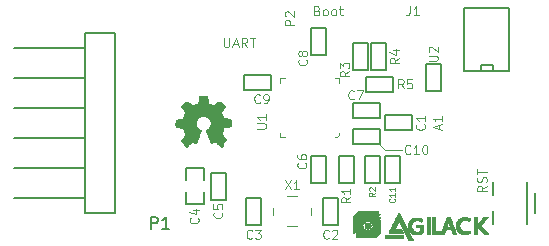
<source format=gbr>
G04 #@! TF.FileFunction,Legend,Top*
%FSLAX46Y46*%
G04 Gerber Fmt 4.6, Leading zero omitted, Abs format (unit mm)*
G04 Created by KiCad (PCBNEW 4.0.2+dfsg1-stable) date ven. 22 févr. 2019 08:36:17 CET*
%MOMM*%
G01*
G04 APERTURE LIST*
%ADD10C,0.100000*%
%ADD11C,0.101600*%
%ADD12C,0.150000*%
%ADD13C,0.127000*%
%ADD14C,0.027940*%
%ADD15C,0.076200*%
G04 APERTURE END LIST*
D10*
D11*
X163471905Y-110368095D02*
X163090952Y-110634762D01*
X163471905Y-110825238D02*
X162671905Y-110825238D01*
X162671905Y-110520476D01*
X162710000Y-110444285D01*
X162748095Y-110406190D01*
X162824286Y-110368095D01*
X162938571Y-110368095D01*
X163014762Y-110406190D01*
X163052857Y-110444285D01*
X163090952Y-110520476D01*
X163090952Y-110825238D01*
X163433810Y-110063333D02*
X163471905Y-109949047D01*
X163471905Y-109758571D01*
X163433810Y-109682381D01*
X163395714Y-109644285D01*
X163319524Y-109606190D01*
X163243333Y-109606190D01*
X163167143Y-109644285D01*
X163129048Y-109682381D01*
X163090952Y-109758571D01*
X163052857Y-109910952D01*
X163014762Y-109987143D01*
X162976667Y-110025238D01*
X162900476Y-110063333D01*
X162824286Y-110063333D01*
X162748095Y-110025238D01*
X162710000Y-109987143D01*
X162671905Y-109910952D01*
X162671905Y-109720476D01*
X162710000Y-109606190D01*
X162671905Y-109377619D02*
X162671905Y-108920476D01*
X163471905Y-109149047D02*
X162671905Y-109149047D01*
X154840000Y-107290000D02*
X154440000Y-106880000D01*
X156320000Y-107290000D02*
X154840000Y-107290000D01*
X149114762Y-95512857D02*
X149229048Y-95550952D01*
X149267143Y-95589048D01*
X149305238Y-95665238D01*
X149305238Y-95779524D01*
X149267143Y-95855714D01*
X149229048Y-95893810D01*
X149152857Y-95931905D01*
X148848095Y-95931905D01*
X148848095Y-95131905D01*
X149114762Y-95131905D01*
X149190952Y-95170000D01*
X149229048Y-95208095D01*
X149267143Y-95284286D01*
X149267143Y-95360476D01*
X149229048Y-95436667D01*
X149190952Y-95474762D01*
X149114762Y-95512857D01*
X148848095Y-95512857D01*
X149762381Y-95931905D02*
X149686190Y-95893810D01*
X149648095Y-95855714D01*
X149610000Y-95779524D01*
X149610000Y-95550952D01*
X149648095Y-95474762D01*
X149686190Y-95436667D01*
X149762381Y-95398571D01*
X149876667Y-95398571D01*
X149952857Y-95436667D01*
X149990952Y-95474762D01*
X150029048Y-95550952D01*
X150029048Y-95779524D01*
X149990952Y-95855714D01*
X149952857Y-95893810D01*
X149876667Y-95931905D01*
X149762381Y-95931905D01*
X150486191Y-95931905D02*
X150410000Y-95893810D01*
X150371905Y-95855714D01*
X150333810Y-95779524D01*
X150333810Y-95550952D01*
X150371905Y-95474762D01*
X150410000Y-95436667D01*
X150486191Y-95398571D01*
X150600477Y-95398571D01*
X150676667Y-95436667D01*
X150714762Y-95474762D01*
X150752858Y-95550952D01*
X150752858Y-95779524D01*
X150714762Y-95855714D01*
X150676667Y-95893810D01*
X150600477Y-95931905D01*
X150486191Y-95931905D01*
X150981429Y-95398571D02*
X151286191Y-95398571D01*
X151095715Y-95131905D02*
X151095715Y-95817619D01*
X151133810Y-95893810D01*
X151210001Y-95931905D01*
X151286191Y-95931905D01*
X141223810Y-97811905D02*
X141223810Y-98459524D01*
X141261905Y-98535714D01*
X141300001Y-98573810D01*
X141376191Y-98611905D01*
X141528572Y-98611905D01*
X141604763Y-98573810D01*
X141642858Y-98535714D01*
X141680953Y-98459524D01*
X141680953Y-97811905D01*
X142023810Y-98383333D02*
X142404762Y-98383333D01*
X141947619Y-98611905D02*
X142214286Y-97811905D01*
X142480953Y-98611905D01*
X143204762Y-98611905D02*
X142938095Y-98230952D01*
X142747619Y-98611905D02*
X142747619Y-97811905D01*
X143052381Y-97811905D01*
X143128572Y-97850000D01*
X143166667Y-97888095D01*
X143204762Y-97964286D01*
X143204762Y-98078571D01*
X143166667Y-98154762D01*
X143128572Y-98192857D01*
X143052381Y-98230952D01*
X142747619Y-98230952D01*
X143433333Y-97811905D02*
X143890476Y-97811905D01*
X143661905Y-98611905D02*
X143661905Y-97811905D01*
D12*
X123450000Y-98650000D02*
X129450000Y-98650000D01*
X123450000Y-101190000D02*
X129450000Y-101190000D01*
X123450000Y-103730000D02*
X129450000Y-103730000D01*
X123450000Y-106270000D02*
X129450000Y-106270000D01*
X123450000Y-108810000D02*
X129450000Y-108810000D01*
X123450000Y-111350000D02*
X129450000Y-111350000D01*
X131990000Y-112620000D02*
X131990000Y-97380000D01*
X131990000Y-97380000D02*
X129450000Y-97380000D01*
X129450000Y-97380000D02*
X129450000Y-112620000D01*
X131990000Y-112620000D02*
X129450000Y-112620000D01*
D13*
X157143000Y-105635000D02*
X154857000Y-105635000D01*
X154857000Y-105635000D02*
X154857000Y-104365000D01*
X154857000Y-104365000D02*
X157143000Y-104365000D01*
X157143000Y-104365000D02*
X157143000Y-105635000D01*
X150875000Y-111357000D02*
X150875000Y-113643000D01*
X150875000Y-113643000D02*
X149605000Y-113643000D01*
X149605000Y-113643000D02*
X149605000Y-111357000D01*
X149605000Y-111357000D02*
X150875000Y-111357000D01*
X143105000Y-113643000D02*
X143105000Y-111357000D01*
X143105000Y-111357000D02*
X144375000Y-111357000D01*
X144375000Y-111357000D02*
X144375000Y-113643000D01*
X144375000Y-113643000D02*
X143105000Y-113643000D01*
X152225000Y-107857000D02*
X152225000Y-110143000D01*
X152225000Y-110143000D02*
X150955000Y-110143000D01*
X150955000Y-110143000D02*
X150955000Y-107857000D01*
X150955000Y-107857000D02*
X152225000Y-107857000D01*
D11*
X151000000Y-105880000D02*
X151000000Y-106086800D01*
X151000000Y-106086800D02*
X150836800Y-106250000D01*
X150836800Y-106250000D02*
X150633600Y-106250000D01*
X146000000Y-106250000D02*
X146366400Y-106250000D01*
X146000000Y-106250000D02*
X146000000Y-105883600D01*
X146000000Y-101250000D02*
X146000000Y-101616400D01*
X146000000Y-101250000D02*
X146366400Y-101250000D01*
X151000000Y-101250000D02*
X150633600Y-101250000D01*
X151000000Y-101250000D02*
X151000000Y-101616400D01*
D10*
X146600000Y-113750000D02*
X147400000Y-113750000D01*
X146600000Y-111250000D02*
X147400000Y-111250000D01*
X148600000Y-112200000D02*
X148600000Y-112800000D01*
X145400000Y-112800000D02*
X145400000Y-112200000D01*
D13*
X149885000Y-107857000D02*
X149885000Y-110143000D01*
X149885000Y-110143000D02*
X148615000Y-110143000D01*
X148615000Y-110143000D02*
X148615000Y-107857000D01*
X148615000Y-107857000D02*
X149885000Y-107857000D01*
X139512000Y-110908000D02*
X139512000Y-111924000D01*
X139512000Y-111924000D02*
X137988000Y-111924000D01*
X137988000Y-111924000D02*
X137988000Y-110908000D01*
X137988000Y-109892000D02*
X137988000Y-108876000D01*
X137988000Y-108876000D02*
X139512000Y-108876000D01*
X139512000Y-108876000D02*
X139512000Y-109892000D01*
X140115000Y-111543000D02*
X140115000Y-109257000D01*
X140115000Y-109257000D02*
X141385000Y-109257000D01*
X141385000Y-109257000D02*
X141385000Y-111543000D01*
X141385000Y-111543000D02*
X140115000Y-111543000D01*
X152147000Y-103365000D02*
X154433000Y-103365000D01*
X154433000Y-103365000D02*
X154433000Y-104635000D01*
X154433000Y-104635000D02*
X152147000Y-104635000D01*
X152147000Y-104635000D02*
X152147000Y-103365000D01*
X148615000Y-99313000D02*
X148615000Y-97027000D01*
X148615000Y-97027000D02*
X149885000Y-97027000D01*
X149885000Y-97027000D02*
X149885000Y-99313000D01*
X149885000Y-99313000D02*
X148615000Y-99313000D01*
X145223000Y-102235000D02*
X142937000Y-102235000D01*
X142937000Y-102235000D02*
X142937000Y-100965000D01*
X142937000Y-100965000D02*
X145223000Y-100965000D01*
X145223000Y-100965000D02*
X145223000Y-102235000D01*
X156115000Y-107857000D02*
X156115000Y-110143000D01*
X156115000Y-110143000D02*
X154845000Y-110143000D01*
X154845000Y-110143000D02*
X154845000Y-107857000D01*
X154845000Y-107857000D02*
X156115000Y-107857000D01*
X153165000Y-110143000D02*
X153165000Y-107857000D01*
X153165000Y-107857000D02*
X154435000Y-107857000D01*
X154435000Y-107857000D02*
X154435000Y-110143000D01*
X154435000Y-110143000D02*
X153165000Y-110143000D01*
X152135000Y-100563000D02*
X152135000Y-98277000D01*
X152135000Y-98277000D02*
X153405000Y-98277000D01*
X153405000Y-98277000D02*
X153405000Y-100563000D01*
X153405000Y-100563000D02*
X152135000Y-100563000D01*
X165278000Y-100667000D02*
X165405000Y-100667000D01*
X165405000Y-100667000D02*
X165405000Y-95333000D01*
X161595000Y-95333000D02*
X161595000Y-100667000D01*
X161595000Y-100667000D02*
X165278000Y-100667000D01*
X162992000Y-100667000D02*
X162992000Y-100159000D01*
X162992000Y-100159000D02*
X164008000Y-100159000D01*
X164008000Y-100159000D02*
X164008000Y-100667000D01*
X161595000Y-95333000D02*
X165405000Y-95333000D01*
X153715000Y-100563000D02*
X153715000Y-98277000D01*
X153715000Y-98277000D02*
X154985000Y-98277000D01*
X154985000Y-98277000D02*
X154985000Y-100563000D01*
X154985000Y-100563000D02*
X153715000Y-100563000D01*
D14*
X152626440Y-112474920D02*
X154277440Y-112474920D01*
X152601040Y-112500320D02*
X154277440Y-112500320D01*
X152575640Y-112525720D02*
X154277440Y-112525720D01*
X152550240Y-112551120D02*
X154277440Y-112551120D01*
X152524840Y-112576520D02*
X154277440Y-112576520D01*
X152499440Y-112601920D02*
X154277440Y-112601920D01*
X152474040Y-112627320D02*
X154277440Y-112627320D01*
X156004640Y-112627320D02*
X156030040Y-112627320D01*
X152448640Y-112652720D02*
X152753440Y-112652720D01*
X155979240Y-112652720D02*
X156055440Y-112652720D01*
X152423240Y-112678120D02*
X152728040Y-112678120D01*
X155979240Y-112678120D02*
X156055440Y-112678120D01*
X152397840Y-112703520D02*
X152702640Y-112703520D01*
X155953840Y-112703520D02*
X156080840Y-112703520D01*
X152372440Y-112728920D02*
X152677240Y-112728920D01*
X152753440Y-112728920D02*
X154429840Y-112728920D01*
X155953840Y-112728920D02*
X156080840Y-112728920D01*
X152347040Y-112754320D02*
X152651840Y-112754320D01*
X152728040Y-112754320D02*
X154429840Y-112754320D01*
X155928440Y-112754320D02*
X156106240Y-112754320D01*
X152321640Y-112779720D02*
X152626440Y-112779720D01*
X152702640Y-112779720D02*
X154379040Y-112779720D01*
X155928440Y-112779720D02*
X156106240Y-112779720D01*
X152296240Y-112805120D02*
X152601040Y-112805120D01*
X152677240Y-112805120D02*
X154353640Y-112805120D01*
X155903040Y-112805120D02*
X156131640Y-112805120D01*
X152270840Y-112830520D02*
X152575640Y-112830520D01*
X152651840Y-112830520D02*
X154328240Y-112830520D01*
X155903040Y-112830520D02*
X156131640Y-112830520D01*
X152245440Y-112855920D02*
X152550240Y-112855920D01*
X152626440Y-112855920D02*
X154302840Y-112855920D01*
X155877640Y-112855920D02*
X156157040Y-112855920D01*
X152220040Y-112881320D02*
X152524840Y-112881320D01*
X152601040Y-112881320D02*
X154277440Y-112881320D01*
X155877640Y-112881320D02*
X156157040Y-112881320D01*
X152194640Y-112906720D02*
X152499440Y-112906720D01*
X152575640Y-112906720D02*
X154252040Y-112906720D01*
X155852240Y-112906720D02*
X156182440Y-112906720D01*
X152169240Y-112932120D02*
X152474040Y-112932120D01*
X152550240Y-112932120D02*
X154226640Y-112932120D01*
X155852240Y-112932120D02*
X156182440Y-112932120D01*
X152143840Y-112957520D02*
X152448640Y-112957520D01*
X152524840Y-112957520D02*
X154201240Y-112957520D01*
X154353640Y-112957520D02*
X154429840Y-112957520D01*
X155826840Y-112957520D02*
X156207840Y-112957520D01*
X152118440Y-112982920D02*
X152423240Y-112982920D01*
X152499440Y-112982920D02*
X154175840Y-112982920D01*
X154353640Y-112982920D02*
X154429840Y-112982920D01*
X155826840Y-112982920D02*
X156207840Y-112982920D01*
X152118440Y-113008320D02*
X152400000Y-113008320D01*
X152474040Y-113008320D02*
X154150440Y-113008320D01*
X154302840Y-113008320D02*
X154429840Y-113008320D01*
X155801440Y-113008320D02*
X156233240Y-113008320D01*
X152118440Y-113033720D02*
X152370000Y-113033720D01*
X152448640Y-113033720D02*
X154125040Y-113033720D01*
X154277440Y-113033720D02*
X154429840Y-113033720D01*
X155801440Y-113033720D02*
X156233240Y-113033720D01*
X158392240Y-113033720D02*
X158646240Y-113033720D01*
X158824040Y-113033720D02*
X159078040Y-113033720D01*
X160094040Y-113033720D02*
X160373440Y-113033720D01*
X161389440Y-113033720D02*
X161846640Y-113033720D01*
X162405440Y-113033720D02*
X162659440Y-113033720D01*
X163192840Y-113033720D02*
X163548440Y-113033720D01*
X152118440Y-113059120D02*
X152347040Y-113059120D01*
X152423240Y-113059120D02*
X154099640Y-113059120D01*
X154252040Y-113059120D02*
X154429840Y-113059120D01*
X155776040Y-113059120D02*
X156258640Y-113059120D01*
X157325440Y-113059120D02*
X157757240Y-113059120D01*
X158392240Y-113059120D02*
X158646240Y-113059120D01*
X158824040Y-113059120D02*
X159078040Y-113059120D01*
X160068640Y-113059120D02*
X160373440Y-113059120D01*
X161313240Y-113059120D02*
X161948240Y-113059120D01*
X162405440Y-113059120D02*
X162659440Y-113059120D01*
X163167440Y-113059120D02*
X163523040Y-113059120D01*
X152118440Y-113084520D02*
X152330000Y-113084520D01*
X152397840Y-113084520D02*
X154074240Y-113084520D01*
X154226640Y-113084520D02*
X154429840Y-113084520D01*
X155776040Y-113084520D02*
X156258640Y-113084520D01*
X157223840Y-113084520D02*
X157833440Y-113084520D01*
X158392240Y-113084520D02*
X158646240Y-113084520D01*
X158824040Y-113084520D02*
X159078040Y-113084520D01*
X160068640Y-113084520D02*
X160398840Y-113084520D01*
X161262440Y-113084520D02*
X161999040Y-113084520D01*
X162405440Y-113084520D02*
X162659440Y-113084520D01*
X163142040Y-113084520D02*
X163497640Y-113084520D01*
X152118440Y-113109920D02*
X152310000Y-113109920D01*
X152372440Y-113109920D02*
X154048840Y-113109920D01*
X154201240Y-113109920D02*
X154429840Y-113109920D01*
X155750640Y-113109920D02*
X156284040Y-113109920D01*
X157173040Y-113109920D02*
X157909640Y-113109920D01*
X158392240Y-113109920D02*
X158646240Y-113109920D01*
X158824040Y-113109920D02*
X159078040Y-113109920D01*
X160068640Y-113109920D02*
X160398840Y-113109920D01*
X161211640Y-113109920D02*
X162049840Y-113109920D01*
X162405440Y-113109920D02*
X162659440Y-113109920D01*
X163116640Y-113109920D02*
X163472240Y-113109920D01*
X152118440Y-113135320D02*
X152296240Y-113135320D01*
X152372440Y-113135320D02*
X154023440Y-113135320D01*
X154175840Y-113135320D02*
X154379040Y-113135320D01*
X155750640Y-113135320D02*
X156284040Y-113135320D01*
X157122240Y-113135320D02*
X157960440Y-113135320D01*
X158392240Y-113135320D02*
X158646240Y-113135320D01*
X158824040Y-113135320D02*
X159078040Y-113135320D01*
X160043240Y-113135320D02*
X160398840Y-113135320D01*
X161160840Y-113135320D02*
X162049840Y-113135320D01*
X162405440Y-113135320D02*
X162659440Y-113135320D01*
X163091240Y-113135320D02*
X163446840Y-113135320D01*
X152118440Y-113160720D02*
X152296240Y-113160720D01*
X152372440Y-113160720D02*
X153998040Y-113160720D01*
X154150440Y-113160720D02*
X154353640Y-113160720D01*
X155725240Y-113160720D02*
X156309440Y-113160720D01*
X157096840Y-113160720D02*
X158011240Y-113160720D01*
X158392240Y-113160720D02*
X158646240Y-113160720D01*
X158824040Y-113160720D02*
X159078040Y-113160720D01*
X160043240Y-113160720D02*
X160424240Y-113160720D01*
X161135440Y-113160720D02*
X162049840Y-113160720D01*
X162405440Y-113160720D02*
X162659440Y-113160720D01*
X163065840Y-113160720D02*
X163421440Y-113160720D01*
X152118440Y-113186120D02*
X152296240Y-113186120D01*
X152372440Y-113186120D02*
X153972640Y-113186120D01*
X154125040Y-113186120D02*
X154328240Y-113186120D01*
X155725240Y-113186120D02*
X156309440Y-113186120D01*
X157046040Y-113186120D02*
X158036640Y-113186120D01*
X158392240Y-113186120D02*
X158646240Y-113186120D01*
X158824040Y-113186120D02*
X159078040Y-113186120D01*
X160043240Y-113186120D02*
X160424240Y-113186120D01*
X161084640Y-113186120D02*
X162024440Y-113186120D01*
X162405440Y-113186120D02*
X162659440Y-113186120D01*
X163040440Y-113186120D02*
X163396040Y-113186120D01*
X152118440Y-113211520D02*
X152296240Y-113211520D01*
X152372440Y-113211520D02*
X153947240Y-113211520D01*
X154099640Y-113211520D02*
X154302840Y-113211520D01*
X155699840Y-113211520D02*
X156334840Y-113211520D01*
X157020640Y-113211520D02*
X158036640Y-113211520D01*
X158392240Y-113211520D02*
X158646240Y-113211520D01*
X158824040Y-113211520D02*
X159078040Y-113211520D01*
X160017840Y-113211520D02*
X160449640Y-113211520D01*
X161059240Y-113211520D02*
X162024440Y-113211520D01*
X162405440Y-113211520D02*
X162659440Y-113211520D01*
X163040440Y-113211520D02*
X163370640Y-113211520D01*
X152118440Y-113236920D02*
X152296240Y-113236920D01*
X152372440Y-113236920D02*
X153921840Y-113236920D01*
X154074240Y-113236920D02*
X154277440Y-113236920D01*
X155699840Y-113236920D02*
X156334840Y-113236920D01*
X156995240Y-113236920D02*
X158036640Y-113236920D01*
X158392240Y-113236920D02*
X158646240Y-113236920D01*
X158824040Y-113236920D02*
X159078040Y-113236920D01*
X160017840Y-113236920D02*
X160449640Y-113236920D01*
X161033840Y-113236920D02*
X161999040Y-113236920D01*
X162405440Y-113236920D02*
X162659440Y-113236920D01*
X163015040Y-113236920D02*
X163345240Y-113236920D01*
X152118440Y-113262320D02*
X152296240Y-113262320D01*
X152372440Y-113262320D02*
X153896440Y-113262320D01*
X154048840Y-113262320D02*
X154252040Y-113262320D01*
X154379040Y-113262320D02*
X154429840Y-113262320D01*
X155674440Y-113262320D02*
X156360240Y-113262320D01*
X156969840Y-113262320D02*
X158011240Y-113262320D01*
X158392240Y-113262320D02*
X158646240Y-113262320D01*
X158824040Y-113262320D02*
X159078040Y-113262320D01*
X160017840Y-113262320D02*
X160449640Y-113262320D01*
X161033840Y-113262320D02*
X161999040Y-113262320D01*
X162405440Y-113262320D02*
X162659440Y-113262320D01*
X162989640Y-113262320D02*
X163319840Y-113262320D01*
X152118440Y-113287720D02*
X152296240Y-113287720D01*
X152372440Y-113287720D02*
X153871040Y-113287720D01*
X154023440Y-113287720D02*
X154226640Y-113287720D01*
X154353640Y-113287720D02*
X154429840Y-113287720D01*
X155674440Y-113287720D02*
X156360240Y-113287720D01*
X156944440Y-113287720D02*
X157985840Y-113287720D01*
X158392240Y-113287720D02*
X158646240Y-113287720D01*
X158824040Y-113287720D02*
X159078040Y-113287720D01*
X159992440Y-113287720D02*
X160475040Y-113287720D01*
X161008440Y-113287720D02*
X161465640Y-113287720D01*
X161821240Y-113287720D02*
X161999040Y-113287720D01*
X162405440Y-113287720D02*
X162659440Y-113287720D01*
X162964240Y-113287720D02*
X163294440Y-113287720D01*
X152118440Y-113313120D02*
X152296240Y-113313120D01*
X152372440Y-113313120D02*
X153845640Y-113313120D01*
X153998040Y-113313120D02*
X154201240Y-113313120D01*
X154328240Y-113313120D02*
X154429840Y-113313120D01*
X155649040Y-113313120D02*
X156004640Y-113313120D01*
X156030040Y-113313120D02*
X156385640Y-113313120D01*
X156944440Y-113313120D02*
X157401640Y-113313120D01*
X157706440Y-113313120D02*
X157985840Y-113313120D01*
X158392240Y-113313120D02*
X158646240Y-113313120D01*
X158824040Y-113313120D02*
X159078040Y-113313120D01*
X159992440Y-113313120D02*
X160475040Y-113313120D01*
X160983040Y-113313120D02*
X161414840Y-113313120D01*
X161897440Y-113313120D02*
X161973640Y-113313120D01*
X162405440Y-113313120D02*
X162659440Y-113313120D01*
X162938840Y-113313120D02*
X163269040Y-113313120D01*
X152118440Y-113338520D02*
X152296240Y-113338520D01*
X152372440Y-113338520D02*
X153286840Y-113338520D01*
X153490040Y-113338520D02*
X153820240Y-113338520D01*
X153972640Y-113338520D02*
X154175840Y-113338520D01*
X154302840Y-113338520D02*
X154429840Y-113338520D01*
X155649040Y-113338520D02*
X156004640Y-113338520D01*
X156030040Y-113338520D02*
X156385640Y-113338520D01*
X156919040Y-113338520D02*
X157325440Y-113338520D01*
X157808040Y-113338520D02*
X157960440Y-113338520D01*
X158392240Y-113338520D02*
X158646240Y-113338520D01*
X158824040Y-113338520D02*
X159078040Y-113338520D01*
X159967040Y-113338520D02*
X160475040Y-113338520D01*
X160957640Y-113338520D02*
X161364040Y-113338520D01*
X162405440Y-113338520D02*
X162659440Y-113338520D01*
X162913440Y-113338520D02*
X163269040Y-113338520D01*
X152118440Y-113363920D02*
X152296240Y-113363920D01*
X152372440Y-113363920D02*
X153210640Y-113363920D01*
X153566240Y-113363920D02*
X153794840Y-113363920D01*
X153947240Y-113363920D02*
X154150440Y-113363920D01*
X154277440Y-113363920D02*
X154429840Y-113363920D01*
X155623640Y-113363920D02*
X155979240Y-113363920D01*
X156055440Y-113363920D02*
X156411040Y-113363920D01*
X156893640Y-113363920D02*
X157300040Y-113363920D01*
X157858840Y-113363920D02*
X157960440Y-113363920D01*
X158392240Y-113363920D02*
X158646240Y-113363920D01*
X158824040Y-113363920D02*
X159078040Y-113363920D01*
X159967040Y-113363920D02*
X160500440Y-113363920D01*
X160957640Y-113363920D02*
X161313240Y-113363920D01*
X162405440Y-113363920D02*
X162659440Y-113363920D01*
X162888040Y-113363920D02*
X163243640Y-113363920D01*
X152118440Y-113389320D02*
X152296240Y-113389320D01*
X152372440Y-113389320D02*
X153185240Y-113389320D01*
X153617040Y-113389320D02*
X153769440Y-113389320D01*
X153921840Y-113389320D02*
X154125040Y-113389320D01*
X154252040Y-113389320D02*
X154429840Y-113389320D01*
X155623640Y-113389320D02*
X155979240Y-113389320D01*
X156055440Y-113389320D02*
X156411040Y-113389320D01*
X156893640Y-113389320D02*
X157249240Y-113389320D01*
X157909640Y-113389320D02*
X157935040Y-113389320D01*
X158392240Y-113389320D02*
X158646240Y-113389320D01*
X158824040Y-113389320D02*
X159078040Y-113389320D01*
X159967040Y-113389320D02*
X160221040Y-113389320D01*
X160246440Y-113389320D02*
X160500440Y-113389320D01*
X160932240Y-113389320D02*
X161287840Y-113389320D01*
X162405440Y-113389320D02*
X162659440Y-113389320D01*
X162862640Y-113389320D02*
X163218240Y-113389320D01*
X152118440Y-113414720D02*
X152296240Y-113414720D01*
X152372440Y-113414720D02*
X153134440Y-113414720D01*
X153642440Y-113414720D02*
X153744040Y-113414720D01*
X153896440Y-113414720D02*
X154099640Y-113414720D01*
X154226640Y-113414720D02*
X154429840Y-113414720D01*
X155598240Y-113414720D02*
X155953840Y-113414720D01*
X156080840Y-113414720D02*
X156436440Y-113414720D01*
X156868240Y-113414720D02*
X157223840Y-113414720D01*
X158392240Y-113414720D02*
X158646240Y-113414720D01*
X158824040Y-113414720D02*
X159078040Y-113414720D01*
X159941640Y-113414720D02*
X160195640Y-113414720D01*
X160246440Y-113414720D02*
X160525840Y-113414720D01*
X160932240Y-113414720D02*
X161262440Y-113414720D01*
X162405440Y-113414720D02*
X162659440Y-113414720D01*
X162862640Y-113414720D02*
X163192840Y-113414720D01*
X152118440Y-113440120D02*
X152296240Y-113440120D01*
X152372440Y-113440120D02*
X153109040Y-113440120D01*
X153667840Y-113440120D02*
X153718640Y-113440120D01*
X153871040Y-113440120D02*
X154074240Y-113440120D01*
X154201240Y-113440120D02*
X154429840Y-113440120D01*
X155598240Y-113440120D02*
X155953840Y-113440120D01*
X156080840Y-113440120D02*
X156436440Y-113440120D01*
X156868240Y-113440120D02*
X157198440Y-113440120D01*
X158392240Y-113440120D02*
X158646240Y-113440120D01*
X158824040Y-113440120D02*
X159078040Y-113440120D01*
X159941640Y-113440120D02*
X160195640Y-113440120D01*
X160246440Y-113440120D02*
X160525840Y-113440120D01*
X160906840Y-113440120D02*
X161237040Y-113440120D01*
X162405440Y-113440120D02*
X162659440Y-113440120D01*
X162837240Y-113440120D02*
X163167440Y-113440120D01*
X152118440Y-113465520D02*
X152296240Y-113465520D01*
X152372440Y-113465520D02*
X153083640Y-113465520D01*
X153312240Y-113465520D02*
X153490040Y-113465520D01*
X153693240Y-113465520D02*
X153718640Y-113465520D01*
X153845640Y-113465520D02*
X154048840Y-113465520D01*
X154175840Y-113465520D02*
X154429840Y-113465520D01*
X155572840Y-113465520D02*
X155953840Y-113465520D01*
X156106240Y-113465520D02*
X156461840Y-113465520D01*
X156842840Y-113465520D02*
X157173040Y-113465520D01*
X158392240Y-113465520D02*
X158646240Y-113465520D01*
X158824040Y-113465520D02*
X159078040Y-113465520D01*
X159941640Y-113465520D02*
X160195640Y-113465520D01*
X160271840Y-113465520D02*
X160525840Y-113465520D01*
X160906840Y-113465520D02*
X161237040Y-113465520D01*
X162405440Y-113465520D02*
X162659440Y-113465520D01*
X162811840Y-113465520D02*
X163142040Y-113465520D01*
X152118440Y-113490920D02*
X152296240Y-113490920D01*
X152372440Y-113490920D02*
X153058240Y-113490920D01*
X153261440Y-113490920D02*
X153540840Y-113490920D01*
X153820240Y-113490920D02*
X154023440Y-113490920D01*
X154150440Y-113490920D02*
X154429840Y-113490920D01*
X155572840Y-113490920D02*
X155928440Y-113490920D01*
X156106240Y-113490920D02*
X156461840Y-113490920D01*
X156842840Y-113490920D02*
X157147640Y-113490920D01*
X158392240Y-113490920D02*
X158646240Y-113490920D01*
X158824040Y-113490920D02*
X159078040Y-113490920D01*
X159916240Y-113490920D02*
X160170240Y-113490920D01*
X160271840Y-113490920D02*
X160551240Y-113490920D01*
X160906840Y-113490920D02*
X161211640Y-113490920D01*
X162405440Y-113490920D02*
X162659440Y-113490920D01*
X162786440Y-113490920D02*
X163116640Y-113490920D01*
X152118440Y-113516320D02*
X152296240Y-113516320D01*
X152372440Y-113516320D02*
X153032840Y-113516320D01*
X153236040Y-113516320D02*
X153566240Y-113516320D01*
X153794840Y-113516320D02*
X153998040Y-113516320D01*
X154125040Y-113516320D02*
X154429840Y-113516320D01*
X155547440Y-113516320D02*
X155928440Y-113516320D01*
X156131640Y-113516320D02*
X156487240Y-113516320D01*
X156842840Y-113516320D02*
X157147640Y-113516320D01*
X158392240Y-113516320D02*
X158646240Y-113516320D01*
X158824040Y-113516320D02*
X159078040Y-113516320D01*
X159916240Y-113516320D02*
X160170240Y-113516320D01*
X160271840Y-113516320D02*
X160551240Y-113516320D01*
X160906840Y-113516320D02*
X161211640Y-113516320D01*
X162405440Y-113516320D02*
X162659440Y-113516320D01*
X162761040Y-113516320D02*
X163091240Y-113516320D01*
X152118440Y-113541720D02*
X152296240Y-113541720D01*
X152372440Y-113541720D02*
X153007440Y-113541720D01*
X153210640Y-113541720D02*
X153591640Y-113541720D01*
X153794840Y-113541720D02*
X153972640Y-113541720D01*
X154099640Y-113541720D02*
X154429840Y-113541720D01*
X155547440Y-113541720D02*
X155903040Y-113541720D01*
X156131640Y-113541720D02*
X156512640Y-113541720D01*
X156842840Y-113541720D02*
X157122240Y-113541720D01*
X158392240Y-113541720D02*
X158646240Y-113541720D01*
X158824040Y-113541720D02*
X159078040Y-113541720D01*
X159890840Y-113541720D02*
X160170240Y-113541720D01*
X160297240Y-113541720D02*
X160551240Y-113541720D01*
X160881440Y-113541720D02*
X161186240Y-113541720D01*
X162405440Y-113541720D02*
X162659440Y-113541720D01*
X162735640Y-113541720D02*
X163065840Y-113541720D01*
X152118440Y-113567120D02*
X152296240Y-113567120D01*
X152372440Y-113567120D02*
X152982040Y-113567120D01*
X153185240Y-113567120D02*
X153617040Y-113567120D01*
X153794840Y-113567120D02*
X153947240Y-113567120D01*
X154074240Y-113567120D02*
X154429840Y-113567120D01*
X155522040Y-113567120D02*
X155903040Y-113567120D01*
X156157040Y-113567120D02*
X156512640Y-113567120D01*
X156817440Y-113567120D02*
X157122240Y-113567120D01*
X158392240Y-113567120D02*
X158646240Y-113567120D01*
X158824040Y-113567120D02*
X159078040Y-113567120D01*
X159890840Y-113567120D02*
X160144840Y-113567120D01*
X160297240Y-113567120D02*
X160576640Y-113567120D01*
X160881440Y-113567120D02*
X161186240Y-113567120D01*
X162405440Y-113567120D02*
X162659440Y-113567120D01*
X162710240Y-113567120D02*
X163040440Y-113567120D01*
X152118440Y-113592520D02*
X152296240Y-113592520D01*
X152372440Y-113592520D02*
X152956640Y-113592520D01*
X153185240Y-113592520D02*
X153617040Y-113592520D01*
X153794840Y-113592520D02*
X153896440Y-113592520D01*
X154048840Y-113592520D02*
X154429840Y-113592520D01*
X155522040Y-113592520D02*
X155877640Y-113592520D01*
X156157040Y-113592520D02*
X156538040Y-113592520D01*
X156817440Y-113592520D02*
X157122240Y-113592520D01*
X158392240Y-113592520D02*
X158646240Y-113592520D01*
X158824040Y-113592520D02*
X159078040Y-113592520D01*
X159890840Y-113592520D02*
X160144840Y-113592520D01*
X160297240Y-113592520D02*
X160576640Y-113592520D01*
X160881440Y-113592520D02*
X161160840Y-113592520D01*
X162405440Y-113592520D02*
X162659440Y-113592520D01*
X162684840Y-113592520D02*
X163015040Y-113592520D01*
X152118440Y-113617920D02*
X152296240Y-113617920D01*
X152372440Y-113617920D02*
X152931240Y-113617920D01*
X153159840Y-113617920D02*
X153617040Y-113617920D01*
X153794840Y-113617920D02*
X153871040Y-113617920D01*
X154023440Y-113617920D02*
X154429840Y-113617920D01*
X155496640Y-113617920D02*
X155877640Y-113617920D01*
X156182440Y-113617920D02*
X156538040Y-113617920D01*
X156817440Y-113617920D02*
X157096840Y-113617920D01*
X158392240Y-113617920D02*
X158646240Y-113617920D01*
X158824040Y-113617920D02*
X159078040Y-113617920D01*
X159865440Y-113617920D02*
X160144840Y-113617920D01*
X160322640Y-113617920D02*
X160576640Y-113617920D01*
X160881440Y-113617920D02*
X161160840Y-113617920D01*
X162405440Y-113617920D02*
X162659440Y-113617920D01*
X162684840Y-113617920D02*
X162989640Y-113617920D01*
X152118440Y-113643320D02*
X152296240Y-113643320D01*
X152372440Y-113643320D02*
X152905840Y-113643320D01*
X153159840Y-113643320D02*
X153642440Y-113643320D01*
X153794840Y-113643320D02*
X153845640Y-113643320D01*
X153998040Y-113643320D02*
X154429840Y-113643320D01*
X155496640Y-113643320D02*
X155852240Y-113643320D01*
X156182440Y-113643320D02*
X156563440Y-113643320D01*
X156817440Y-113643320D02*
X157096840Y-113643320D01*
X158392240Y-113643320D02*
X158646240Y-113643320D01*
X158824040Y-113643320D02*
X159078040Y-113643320D01*
X159865440Y-113643320D02*
X160119440Y-113643320D01*
X160322640Y-113643320D02*
X160602040Y-113643320D01*
X160881440Y-113643320D02*
X161160840Y-113643320D01*
X162405440Y-113643320D02*
X162964240Y-113643320D01*
X152118440Y-113668720D02*
X152296240Y-113668720D01*
X152372440Y-113668720D02*
X152880440Y-113668720D01*
X153159840Y-113668720D02*
X153642440Y-113668720D01*
X153794840Y-113668720D02*
X153820240Y-113668720D01*
X153972640Y-113668720D02*
X154429840Y-113668720D01*
X155471240Y-113668720D02*
X155852240Y-113668720D01*
X156207840Y-113668720D02*
X156563440Y-113668720D01*
X156817440Y-113668720D02*
X157096840Y-113668720D01*
X157452440Y-113668720D02*
X158087440Y-113668720D01*
X158392240Y-113668720D02*
X158646240Y-113668720D01*
X158824040Y-113668720D02*
X159078040Y-113668720D01*
X159865440Y-113668720D02*
X160119440Y-113668720D01*
X160322640Y-113668720D02*
X160602040Y-113668720D01*
X160881440Y-113668720D02*
X161160840Y-113668720D01*
X162405440Y-113668720D02*
X162938840Y-113668720D01*
X152118440Y-113694120D02*
X152296240Y-113694120D01*
X152372440Y-113694120D02*
X152855040Y-113694120D01*
X153159840Y-113694120D02*
X153642440Y-113694120D01*
X153947240Y-113694120D02*
X154429840Y-113694120D01*
X155471240Y-113694120D02*
X155826840Y-113694120D01*
X156207840Y-113694120D02*
X156588840Y-113694120D01*
X156817440Y-113694120D02*
X157096840Y-113694120D01*
X157452440Y-113694120D02*
X158087440Y-113694120D01*
X158392240Y-113694120D02*
X158646240Y-113694120D01*
X158824040Y-113694120D02*
X159078040Y-113694120D01*
X159840040Y-113694120D02*
X160119440Y-113694120D01*
X160348040Y-113694120D02*
X160627440Y-113694120D01*
X160881440Y-113694120D02*
X161160840Y-113694120D01*
X162405440Y-113694120D02*
X162938840Y-113694120D01*
X152118440Y-113719520D02*
X152296240Y-113719520D01*
X152372440Y-113719520D02*
X152829640Y-113719520D01*
X153159840Y-113719520D02*
X153642440Y-113719520D01*
X153921840Y-113719520D02*
X154429840Y-113719520D01*
X155445840Y-113719520D02*
X155826840Y-113719520D01*
X156233240Y-113719520D02*
X156588840Y-113719520D01*
X156817440Y-113719520D02*
X157096840Y-113719520D01*
X157452440Y-113719520D02*
X158087440Y-113719520D01*
X158392240Y-113719520D02*
X158646240Y-113719520D01*
X158824040Y-113719520D02*
X159078040Y-113719520D01*
X159840040Y-113719520D02*
X160094040Y-113719520D01*
X160348040Y-113719520D02*
X160627440Y-113719520D01*
X160881440Y-113719520D02*
X161160840Y-113719520D01*
X162405440Y-113719520D02*
X162964240Y-113719520D01*
X152118440Y-113744920D02*
X152296240Y-113744920D01*
X152372440Y-113744920D02*
X152804240Y-113744920D01*
X152982040Y-113744920D02*
X153007440Y-113744920D01*
X153159840Y-113744920D02*
X153642440Y-113744920D01*
X153896440Y-113744920D02*
X154429840Y-113744920D01*
X155445840Y-113744920D02*
X155801440Y-113744920D01*
X156233240Y-113744920D02*
X156614240Y-113744920D01*
X156817440Y-113744920D02*
X157096840Y-113744920D01*
X157452440Y-113744920D02*
X158087440Y-113744920D01*
X158392240Y-113744920D02*
X158646240Y-113744920D01*
X158824040Y-113744920D02*
X159078040Y-113744920D01*
X159840040Y-113744920D02*
X160094040Y-113744920D01*
X160348040Y-113744920D02*
X160627440Y-113744920D01*
X160881440Y-113744920D02*
X161160840Y-113744920D01*
X162405440Y-113744920D02*
X162989640Y-113744920D01*
X152118440Y-113770320D02*
X152296240Y-113770320D01*
X152372440Y-113770320D02*
X152778840Y-113770320D01*
X152956640Y-113770320D02*
X153007440Y-113770320D01*
X153159840Y-113770320D02*
X153642440Y-113770320D01*
X153871040Y-113770320D02*
X154429840Y-113770320D01*
X155420440Y-113770320D02*
X155801440Y-113770320D01*
X156258640Y-113770320D02*
X156614240Y-113770320D01*
X156817440Y-113770320D02*
X157096840Y-113770320D01*
X157452440Y-113770320D02*
X158087440Y-113770320D01*
X158392240Y-113770320D02*
X158646240Y-113770320D01*
X158824040Y-113770320D02*
X159078040Y-113770320D01*
X159814640Y-113770320D02*
X160094040Y-113770320D01*
X160373440Y-113770320D02*
X160652840Y-113770320D01*
X160881440Y-113770320D02*
X161160840Y-113770320D01*
X162405440Y-113770320D02*
X163015040Y-113770320D01*
X152118440Y-113795720D02*
X152296240Y-113795720D01*
X152372440Y-113795720D02*
X152753440Y-113795720D01*
X152931240Y-113795720D02*
X153007440Y-113795720D01*
X153159840Y-113795720D02*
X153642440Y-113795720D01*
X153845640Y-113795720D02*
X154429840Y-113795720D01*
X155420440Y-113795720D02*
X155801440Y-113795720D01*
X156258640Y-113795720D02*
X156639640Y-113795720D01*
X156817440Y-113795720D02*
X157096840Y-113795720D01*
X157452440Y-113795720D02*
X158087440Y-113795720D01*
X158392240Y-113795720D02*
X158646240Y-113795720D01*
X158824040Y-113795720D02*
X159078040Y-113795720D01*
X159814640Y-113795720D02*
X160068640Y-113795720D01*
X160373440Y-113795720D02*
X160652840Y-113795720D01*
X160881440Y-113795720D02*
X161160840Y-113795720D01*
X162405440Y-113795720D02*
X162659440Y-113795720D01*
X162684840Y-113795720D02*
X163015040Y-113795720D01*
X152118440Y-113821120D02*
X152296240Y-113821120D01*
X152372440Y-113821120D02*
X152728040Y-113821120D01*
X152905840Y-113821120D02*
X153007440Y-113821120D01*
X153159840Y-113821120D02*
X153617040Y-113821120D01*
X153820240Y-113821120D02*
X154429840Y-113821120D01*
X155395040Y-113821120D02*
X155776040Y-113821120D01*
X156284040Y-113821120D02*
X156639640Y-113821120D01*
X156817440Y-113821120D02*
X157096840Y-113821120D01*
X157452440Y-113821120D02*
X158087440Y-113821120D01*
X158392240Y-113821120D02*
X158646240Y-113821120D01*
X158824040Y-113821120D02*
X159078040Y-113821120D01*
X159789240Y-113821120D02*
X160068640Y-113821120D01*
X160373440Y-113821120D02*
X160652840Y-113821120D01*
X160881440Y-113821120D02*
X161160840Y-113821120D01*
X162405440Y-113821120D02*
X162659440Y-113821120D01*
X162710240Y-113821120D02*
X163040440Y-113821120D01*
X152118440Y-113846520D02*
X152296240Y-113846520D01*
X152372440Y-113846520D02*
X152702640Y-113846520D01*
X152880440Y-113846520D02*
X153007440Y-113846520D01*
X153185240Y-113846520D02*
X153617040Y-113846520D01*
X153794840Y-113846520D02*
X154429840Y-113846520D01*
X155395040Y-113846520D02*
X155776040Y-113846520D01*
X156284040Y-113846520D02*
X156665040Y-113846520D01*
X156817440Y-113846520D02*
X157096840Y-113846520D01*
X157452440Y-113846520D02*
X158087440Y-113846520D01*
X158392240Y-113846520D02*
X158646240Y-113846520D01*
X158824040Y-113846520D02*
X159078040Y-113846520D01*
X159789240Y-113846520D02*
X160678240Y-113846520D01*
X160881440Y-113846520D02*
X161160840Y-113846520D01*
X162405440Y-113846520D02*
X162659440Y-113846520D01*
X162735640Y-113846520D02*
X163065840Y-113846520D01*
X152118440Y-113871920D02*
X152296240Y-113871920D01*
X152372440Y-113871920D02*
X152677240Y-113871920D01*
X152855040Y-113871920D02*
X153007440Y-113871920D01*
X153185240Y-113871920D02*
X153591640Y-113871920D01*
X153769440Y-113871920D02*
X154429840Y-113871920D01*
X155369640Y-113871920D02*
X155750640Y-113871920D01*
X156309440Y-113871920D02*
X156665040Y-113871920D01*
X156817440Y-113871920D02*
X157096840Y-113871920D01*
X157452440Y-113871920D02*
X158087440Y-113871920D01*
X158392240Y-113871920D02*
X158646240Y-113871920D01*
X158824040Y-113871920D02*
X159078040Y-113871920D01*
X159789240Y-113871920D02*
X160678240Y-113871920D01*
X160881440Y-113871920D02*
X161186240Y-113871920D01*
X162405440Y-113871920D02*
X162659440Y-113871920D01*
X162761040Y-113871920D02*
X163091240Y-113871920D01*
X152118440Y-113897320D02*
X152296240Y-113897320D01*
X152372440Y-113897320D02*
X152651840Y-113897320D01*
X152829640Y-113897320D02*
X153007440Y-113897320D01*
X153210640Y-113897320D02*
X153591640Y-113897320D01*
X153744040Y-113897320D02*
X154429840Y-113897320D01*
X155369640Y-113897320D02*
X155750640Y-113897320D01*
X156309440Y-113897320D02*
X156690440Y-113897320D01*
X156817440Y-113897320D02*
X157122240Y-113897320D01*
X157833440Y-113897320D02*
X158087440Y-113897320D01*
X158392240Y-113897320D02*
X158646240Y-113897320D01*
X158824040Y-113897320D02*
X159078040Y-113897320D01*
X159763840Y-113897320D02*
X160678240Y-113897320D01*
X160881440Y-113897320D02*
X161186240Y-113897320D01*
X162405440Y-113897320D02*
X162659440Y-113897320D01*
X162761040Y-113897320D02*
X163116640Y-113897320D01*
X152118440Y-113922720D02*
X152296240Y-113922720D01*
X152372440Y-113922720D02*
X152626440Y-113922720D01*
X152804240Y-113922720D02*
X152982040Y-113922720D01*
X153236040Y-113922720D02*
X153540840Y-113922720D01*
X153718640Y-113922720D02*
X154429840Y-113922720D01*
X155344240Y-113922720D02*
X155725240Y-113922720D01*
X156334840Y-113922720D02*
X156690440Y-113922720D01*
X156817440Y-113922720D02*
X157122240Y-113922720D01*
X157833440Y-113922720D02*
X158087440Y-113922720D01*
X158392240Y-113922720D02*
X158646240Y-113922720D01*
X158824040Y-113922720D02*
X159078040Y-113922720D01*
X159763840Y-113922720D02*
X160703640Y-113922720D01*
X160881440Y-113922720D02*
X161186240Y-113922720D01*
X162405440Y-113922720D02*
X162659440Y-113922720D01*
X162786440Y-113922720D02*
X163142040Y-113922720D01*
X152118440Y-113948120D02*
X152296240Y-113948120D01*
X152372440Y-113948120D02*
X152601040Y-113948120D01*
X152778840Y-113948120D02*
X152956640Y-113948120D01*
X153286840Y-113948120D02*
X153515440Y-113948120D01*
X153693240Y-113948120D02*
X154429840Y-113948120D01*
X155344240Y-113948120D02*
X155725240Y-113948120D01*
X156334840Y-113948120D02*
X156715840Y-113948120D01*
X156842840Y-113948120D02*
X157122240Y-113948120D01*
X157833440Y-113948120D02*
X158087440Y-113948120D01*
X158392240Y-113948120D02*
X158646240Y-113948120D01*
X158824040Y-113948120D02*
X159078040Y-113948120D01*
X159763840Y-113948120D02*
X160703640Y-113948120D01*
X160906840Y-113948120D02*
X161211640Y-113948120D01*
X162405440Y-113948120D02*
X162659440Y-113948120D01*
X162811840Y-113948120D02*
X163167440Y-113948120D01*
X152118440Y-113973520D02*
X152296240Y-113973520D01*
X152372440Y-113973520D02*
X152601040Y-113973520D01*
X152753440Y-113973520D02*
X152931240Y-113973520D01*
X153083640Y-113973520D02*
X153109040Y-113973520D01*
X153363040Y-113973520D02*
X153413840Y-113973520D01*
X153693240Y-113973520D02*
X154429840Y-113973520D01*
X155318840Y-113973520D02*
X155699840Y-113973520D01*
X156360240Y-113973520D02*
X156715840Y-113973520D01*
X156842840Y-113973520D02*
X157147640Y-113973520D01*
X157833440Y-113973520D02*
X158087440Y-113973520D01*
X158392240Y-113973520D02*
X158646240Y-113973520D01*
X158824040Y-113973520D02*
X159078040Y-113973520D01*
X159738440Y-113973520D02*
X160729040Y-113973520D01*
X160906840Y-113973520D02*
X161211640Y-113973520D01*
X162405440Y-113973520D02*
X162659440Y-113973520D01*
X162837240Y-113973520D02*
X163192840Y-113973520D01*
X152118440Y-113998920D02*
X152296240Y-113998920D01*
X152372440Y-113998920D02*
X152575640Y-113998920D01*
X152728040Y-113998920D02*
X152905840Y-113998920D01*
X153058240Y-113998920D02*
X153134440Y-113998920D01*
X153667840Y-113998920D02*
X154429840Y-113998920D01*
X155318840Y-113998920D02*
X155699840Y-113998920D01*
X156360240Y-113998920D02*
X156741240Y-113998920D01*
X156842840Y-113998920D02*
X157173040Y-113998920D01*
X157833440Y-113998920D02*
X158087440Y-113998920D01*
X158392240Y-113998920D02*
X158646240Y-113998920D01*
X158824040Y-113998920D02*
X159078040Y-113998920D01*
X159738440Y-113998920D02*
X160729040Y-113998920D01*
X160906840Y-113998920D02*
X161237040Y-113998920D01*
X162405440Y-113998920D02*
X162659440Y-113998920D01*
X162862640Y-113998920D02*
X163218240Y-113998920D01*
X152118440Y-114024320D02*
X152296240Y-114024320D01*
X152372440Y-114024320D02*
X152550240Y-114024320D01*
X152702640Y-114024320D02*
X152880440Y-114024320D01*
X153032840Y-114024320D02*
X153159840Y-114024320D01*
X153617040Y-114024320D02*
X154429840Y-114024320D01*
X155293440Y-114024320D02*
X156233240Y-114024320D01*
X156385640Y-114024320D02*
X156741240Y-114024320D01*
X156842840Y-114024320D02*
X157173040Y-114024320D01*
X157833440Y-114024320D02*
X158087440Y-114024320D01*
X158392240Y-114024320D02*
X158646240Y-114024320D01*
X158824040Y-114024320D02*
X159078040Y-114024320D01*
X159738440Y-114024320D02*
X160729040Y-114024320D01*
X160932240Y-114024320D02*
X161262440Y-114024320D01*
X162405440Y-114024320D02*
X162659440Y-114024320D01*
X162888040Y-114024320D02*
X163243640Y-114024320D01*
X152118440Y-114049720D02*
X152296240Y-114049720D01*
X152372440Y-114049720D02*
X152524840Y-114049720D01*
X152677240Y-114049720D02*
X152855040Y-114049720D01*
X153007440Y-114049720D02*
X153185240Y-114049720D01*
X153591640Y-114049720D02*
X154429840Y-114049720D01*
X155293440Y-114049720D02*
X156233240Y-114049720D01*
X156385640Y-114049720D02*
X156766640Y-114049720D01*
X156868240Y-114049720D02*
X157198440Y-114049720D01*
X157833440Y-114049720D02*
X158087440Y-114049720D01*
X158392240Y-114049720D02*
X158646240Y-114049720D01*
X158824040Y-114049720D02*
X159078040Y-114049720D01*
X159713040Y-114049720D02*
X160754440Y-114049720D01*
X160932240Y-114049720D02*
X161287840Y-114049720D01*
X162405440Y-114049720D02*
X162659440Y-114049720D01*
X162913440Y-114049720D02*
X163243640Y-114049720D01*
X152118440Y-114075120D02*
X152296240Y-114075120D01*
X152372440Y-114075120D02*
X152499440Y-114075120D01*
X152651840Y-114075120D02*
X152829640Y-114075120D01*
X152982040Y-114075120D02*
X153261440Y-114075120D01*
X153540840Y-114075120D02*
X154429840Y-114075120D01*
X155268040Y-114075120D02*
X156258640Y-114075120D01*
X156411040Y-114075120D02*
X156766640Y-114075120D01*
X156868240Y-114075120D02*
X157223840Y-114075120D01*
X157833440Y-114075120D02*
X158087440Y-114075120D01*
X158392240Y-114075120D02*
X158646240Y-114075120D01*
X158824040Y-114075120D02*
X159078040Y-114075120D01*
X159713040Y-114075120D02*
X159992440Y-114075120D01*
X160475040Y-114075120D02*
X160754440Y-114075120D01*
X160932240Y-114075120D02*
X161313240Y-114075120D01*
X162405440Y-114075120D02*
X162659440Y-114075120D01*
X162913440Y-114075120D02*
X163269040Y-114075120D01*
X152118440Y-114100520D02*
X152296240Y-114100520D01*
X152372440Y-114100520D02*
X152474040Y-114100520D01*
X152626440Y-114100520D02*
X152804240Y-114100520D01*
X152956640Y-114100520D02*
X153337640Y-114100520D01*
X153439240Y-114100520D02*
X154429840Y-114100520D01*
X155268040Y-114100520D02*
X156258640Y-114100520D01*
X156411040Y-114100520D02*
X156792040Y-114100520D01*
X156893640Y-114100520D02*
X157249240Y-114100520D01*
X157833440Y-114100520D02*
X158087440Y-114100520D01*
X158392240Y-114100520D02*
X158646240Y-114100520D01*
X158824040Y-114100520D02*
X159078040Y-114100520D01*
X159687640Y-114100520D02*
X159967040Y-114100520D01*
X160475040Y-114100520D02*
X160754440Y-114100520D01*
X160957640Y-114100520D02*
X161338640Y-114100520D01*
X162405440Y-114100520D02*
X162659440Y-114100520D01*
X162938840Y-114100520D02*
X163294440Y-114100520D01*
X152118440Y-114125920D02*
X152296240Y-114125920D01*
X152372440Y-114125920D02*
X152448640Y-114125920D01*
X152601040Y-114125920D02*
X152778840Y-114125920D01*
X152931240Y-114125920D02*
X154429840Y-114125920D01*
X155242640Y-114125920D02*
X156284040Y-114125920D01*
X156436440Y-114125920D02*
X156792040Y-114125920D01*
X156893640Y-114125920D02*
X157274640Y-114125920D01*
X157833440Y-114125920D02*
X158087440Y-114125920D01*
X158392240Y-114125920D02*
X158646240Y-114125920D01*
X158824040Y-114125920D02*
X159078040Y-114125920D01*
X159687640Y-114125920D02*
X159967040Y-114125920D01*
X160475040Y-114125920D02*
X160779840Y-114125920D01*
X160983040Y-114125920D02*
X161364040Y-114125920D01*
X162405440Y-114125920D02*
X162659440Y-114125920D01*
X162964240Y-114125920D02*
X163319840Y-114125920D01*
X152118440Y-114151320D02*
X152296240Y-114151320D01*
X152372440Y-114151320D02*
X152423240Y-114151320D01*
X152575640Y-114151320D02*
X152753440Y-114151320D01*
X152905840Y-114151320D02*
X154429840Y-114151320D01*
X155242640Y-114151320D02*
X156284040Y-114151320D01*
X156436440Y-114151320D02*
X156817440Y-114151320D01*
X156919040Y-114151320D02*
X157300040Y-114151320D01*
X157808040Y-114151320D02*
X158087440Y-114151320D01*
X158392240Y-114151320D02*
X158646240Y-114151320D01*
X158824040Y-114151320D02*
X159078040Y-114151320D01*
X159687640Y-114151320D02*
X159967040Y-114151320D01*
X160500440Y-114151320D02*
X160779840Y-114151320D01*
X160983040Y-114151320D02*
X161414840Y-114151320D01*
X161897440Y-114151320D02*
X161999040Y-114151320D01*
X162405440Y-114151320D02*
X162659440Y-114151320D01*
X162989640Y-114151320D02*
X163345240Y-114151320D01*
X152118440Y-114176720D02*
X152296240Y-114176720D01*
X152550240Y-114176720D02*
X152728040Y-114176720D01*
X152880440Y-114176720D02*
X154429840Y-114176720D01*
X155217240Y-114176720D02*
X156309440Y-114176720D01*
X156461840Y-114176720D02*
X156817440Y-114176720D01*
X156919040Y-114176720D02*
X157350840Y-114176720D01*
X157782640Y-114176720D02*
X158087440Y-114176720D01*
X158392240Y-114176720D02*
X158646240Y-114176720D01*
X158824040Y-114176720D02*
X159078040Y-114176720D01*
X159662240Y-114176720D02*
X159941640Y-114176720D01*
X160500440Y-114176720D02*
X160805240Y-114176720D01*
X161008440Y-114176720D02*
X161491040Y-114176720D01*
X161821240Y-114176720D02*
X161999040Y-114176720D01*
X162405440Y-114176720D02*
X162659440Y-114176720D01*
X163015040Y-114176720D02*
X163370640Y-114176720D01*
X152118440Y-114202120D02*
X152296240Y-114202120D01*
X152524840Y-114202120D02*
X152702640Y-114202120D01*
X152855040Y-114202120D02*
X154429840Y-114202120D01*
X155217240Y-114202120D02*
X156309440Y-114202120D01*
X156461840Y-114202120D02*
X156842840Y-114202120D01*
X156944440Y-114202120D02*
X157427040Y-114202120D01*
X157706440Y-114202120D02*
X158087440Y-114202120D01*
X158392240Y-114202120D02*
X158646240Y-114202120D01*
X158824040Y-114202120D02*
X159941640Y-114202120D01*
X160500440Y-114202120D02*
X160805240Y-114202120D01*
X161033840Y-114202120D02*
X162024440Y-114202120D01*
X162405440Y-114202120D02*
X162659440Y-114202120D01*
X163040440Y-114202120D02*
X163396040Y-114202120D01*
X152118440Y-114227520D02*
X152296240Y-114227520D01*
X152499440Y-114227520D02*
X152677240Y-114227520D01*
X152829640Y-114227520D02*
X154429840Y-114227520D01*
X155191840Y-114227520D02*
X156334840Y-114227520D01*
X156487240Y-114227520D02*
X156842840Y-114227520D01*
X156969840Y-114227520D02*
X158087440Y-114227520D01*
X158392240Y-114227520D02*
X158646240Y-114227520D01*
X158824040Y-114227520D02*
X159916240Y-114227520D01*
X160525840Y-114227520D02*
X160805240Y-114227520D01*
X161033840Y-114227520D02*
X162024440Y-114227520D01*
X162405440Y-114227520D02*
X162659440Y-114227520D01*
X163065840Y-114227520D02*
X163421440Y-114227520D01*
X152118440Y-114252920D02*
X152296240Y-114252920D01*
X152474040Y-114252920D02*
X152651840Y-114252920D01*
X152804240Y-114252920D02*
X154429840Y-114252920D01*
X155191840Y-114252920D02*
X156334840Y-114252920D01*
X156487240Y-114252920D02*
X156868240Y-114252920D01*
X156995240Y-114252920D02*
X158087440Y-114252920D01*
X158392240Y-114252920D02*
X158646240Y-114252920D01*
X158824040Y-114252920D02*
X159916240Y-114252920D01*
X160525840Y-114252920D02*
X160830640Y-114252920D01*
X161059240Y-114252920D02*
X162049840Y-114252920D01*
X162405440Y-114252920D02*
X162659440Y-114252920D01*
X163091240Y-114252920D02*
X163446840Y-114252920D01*
X152118440Y-114278320D02*
X152296240Y-114278320D01*
X152448640Y-114278320D02*
X152626440Y-114278320D01*
X152778840Y-114278320D02*
X154429840Y-114278320D01*
X155166440Y-114278320D02*
X156360240Y-114278320D01*
X156512640Y-114278320D02*
X156868240Y-114278320D01*
X157020640Y-114278320D02*
X158087440Y-114278320D01*
X158392240Y-114278320D02*
X158646240Y-114278320D01*
X158824040Y-114278320D02*
X159916240Y-114278320D01*
X160551240Y-114278320D02*
X160830640Y-114278320D01*
X161084640Y-114278320D02*
X162049840Y-114278320D01*
X162405440Y-114278320D02*
X162659440Y-114278320D01*
X163091240Y-114278320D02*
X163472240Y-114278320D01*
X152118440Y-114303720D02*
X152270840Y-114303720D01*
X152423240Y-114303720D02*
X152601040Y-114303720D01*
X152753440Y-114303720D02*
X154429840Y-114303720D01*
X155166440Y-114303720D02*
X156360240Y-114303720D01*
X156512640Y-114303720D02*
X156893640Y-114303720D01*
X157020640Y-114303720D02*
X158062040Y-114303720D01*
X158392240Y-114303720D02*
X158646240Y-114303720D01*
X158824040Y-114303720D02*
X159890840Y-114303720D01*
X160551240Y-114303720D02*
X160830640Y-114303720D01*
X161135440Y-114303720D02*
X162049840Y-114303720D01*
X162405440Y-114303720D02*
X162659440Y-114303720D01*
X163116640Y-114303720D02*
X163472240Y-114303720D01*
X152118440Y-114329120D02*
X152245440Y-114329120D01*
X152372440Y-114329120D02*
X152575640Y-114329120D01*
X152728040Y-114329120D02*
X154404440Y-114329120D01*
X155166440Y-114329120D02*
X156360240Y-114329120D01*
X156538040Y-114329120D02*
X156893640Y-114329120D01*
X157071440Y-114329120D02*
X158036640Y-114329120D01*
X158392240Y-114329120D02*
X158646240Y-114329120D01*
X158824040Y-114329120D02*
X159890840Y-114329120D01*
X160551240Y-114329120D02*
X160856040Y-114329120D01*
X161160840Y-114329120D02*
X162075240Y-114329120D01*
X162405440Y-114329120D02*
X162659440Y-114329120D01*
X163142040Y-114329120D02*
X163497640Y-114329120D01*
X152118440Y-114354520D02*
X152220040Y-114354520D01*
X152372440Y-114354520D02*
X152550240Y-114354520D01*
X152702640Y-114354520D02*
X154379040Y-114354520D01*
X156538040Y-114354520D02*
X156919040Y-114354520D01*
X157096840Y-114354520D02*
X157985840Y-114354520D01*
X158392240Y-114354520D02*
X158646240Y-114354520D01*
X158824040Y-114354520D02*
X159890840Y-114354520D01*
X160576640Y-114354520D02*
X160856040Y-114354520D01*
X161211640Y-114354520D02*
X162075240Y-114354520D01*
X162405440Y-114354520D02*
X162659440Y-114354520D01*
X163167440Y-114354520D02*
X163523040Y-114354520D01*
X152118440Y-114379920D02*
X152194640Y-114379920D01*
X152372440Y-114379920D02*
X152524840Y-114379920D01*
X152677240Y-114379920D02*
X154353640Y-114379920D01*
X156563440Y-114379920D02*
X156919040Y-114379920D01*
X157122240Y-114379920D02*
X157960440Y-114379920D01*
X158392240Y-114379920D02*
X158646240Y-114379920D01*
X158824040Y-114379920D02*
X159865440Y-114379920D01*
X160576640Y-114379920D02*
X160856040Y-114379920D01*
X161237040Y-114379920D02*
X161999040Y-114379920D01*
X162405440Y-114379920D02*
X162659440Y-114379920D01*
X163192840Y-114379920D02*
X163548440Y-114379920D01*
X152372440Y-114405320D02*
X152499440Y-114405320D01*
X152651840Y-114405320D02*
X154328240Y-114405320D01*
X156563440Y-114405320D02*
X156944440Y-114405320D01*
X157173040Y-114405320D02*
X157909640Y-114405320D01*
X158392240Y-114405320D02*
X158646240Y-114405320D01*
X158824040Y-114405320D02*
X159865440Y-114405320D01*
X160602040Y-114405320D02*
X160881440Y-114405320D01*
X161313240Y-114405320D02*
X161922840Y-114405320D01*
X162405440Y-114405320D02*
X162659440Y-114405320D01*
X163218240Y-114405320D02*
X163573840Y-114405320D01*
X152372440Y-114430720D02*
X152474040Y-114430720D01*
X152626440Y-114430720D02*
X154302840Y-114430720D01*
X156588840Y-114430720D02*
X156944440Y-114430720D01*
X157249240Y-114430720D02*
X157833440Y-114430720D01*
X161389440Y-114430720D02*
X161821240Y-114430720D01*
X152372440Y-114456120D02*
X152448640Y-114456120D01*
X152601040Y-114456120D02*
X154277440Y-114456120D01*
X156588840Y-114456120D02*
X156969840Y-114456120D01*
X157325440Y-114456120D02*
X157757240Y-114456120D01*
X152372440Y-114481520D02*
X152423240Y-114481520D01*
X152575640Y-114481520D02*
X154252040Y-114481520D01*
X156614240Y-114481520D02*
X156969840Y-114481520D01*
X152372440Y-114506920D02*
X152397840Y-114506920D01*
X152550240Y-114506920D02*
X154226640Y-114506920D01*
X154887040Y-114506920D02*
X156360240Y-114506920D01*
X156614240Y-114506920D02*
X156995240Y-114506920D01*
X152524840Y-114532320D02*
X154201240Y-114532320D01*
X154887040Y-114532320D02*
X156360240Y-114532320D01*
X156639640Y-114532320D02*
X156995240Y-114532320D01*
X152499440Y-114557720D02*
X154175840Y-114557720D01*
X154887040Y-114557720D02*
X156360240Y-114557720D01*
X156639640Y-114557720D02*
X157020640Y-114557720D01*
X152474040Y-114583120D02*
X154150440Y-114583120D01*
X154887040Y-114583120D02*
X156360240Y-114583120D01*
X156665040Y-114583120D02*
X157020640Y-114583120D01*
X152448640Y-114608520D02*
X154125040Y-114608520D01*
X154887040Y-114608520D02*
X156360240Y-114608520D01*
X156665040Y-114608520D02*
X157046040Y-114608520D01*
X152423240Y-114633920D02*
X154099640Y-114633920D01*
X154887040Y-114633920D02*
X156360240Y-114633920D01*
X156690440Y-114633920D02*
X157071440Y-114633920D01*
X152372440Y-114659320D02*
X154074240Y-114659320D01*
X154887040Y-114659320D02*
X156360240Y-114659320D01*
X156690440Y-114659320D02*
X157071440Y-114659320D01*
X152372440Y-114684720D02*
X154048840Y-114684720D01*
X154887040Y-114684720D02*
X156360240Y-114684720D01*
X156715840Y-114684720D02*
X157096840Y-114684720D01*
X152372440Y-114710120D02*
X154023440Y-114710120D01*
X154887040Y-114710120D02*
X156360240Y-114710120D01*
X156715840Y-114710120D02*
X157096840Y-114710120D01*
X154887040Y-114735520D02*
X156360240Y-114735520D01*
X156741240Y-114735520D02*
X157122240Y-114735520D01*
X156741240Y-114760920D02*
X157122240Y-114760920D01*
X156766640Y-114786320D02*
X157147640Y-114786320D01*
X156766640Y-114811720D02*
X157147640Y-114811720D01*
X156792040Y-114837120D02*
X157173040Y-114837120D01*
X156792040Y-114862520D02*
X157173040Y-114862520D01*
X156817440Y-114887920D02*
X157198440Y-114887920D01*
X156817440Y-114913320D02*
X157198440Y-114913320D01*
X156842840Y-114938720D02*
X157223840Y-114938720D01*
D13*
X152147000Y-105585000D02*
X154433000Y-105585000D01*
X154433000Y-105585000D02*
X154433000Y-106855000D01*
X154433000Y-106855000D02*
X152147000Y-106855000D01*
X152147000Y-106855000D02*
X152147000Y-105585000D01*
X155513000Y-102405000D02*
X153227000Y-102405000D01*
X153227000Y-102405000D02*
X153227000Y-101135000D01*
X153227000Y-101135000D02*
X155513000Y-101135000D01*
X155513000Y-101135000D02*
X155513000Y-102405000D01*
D12*
X166900000Y-113550000D02*
X166900000Y-110050000D01*
X167550000Y-112650000D02*
X167550000Y-110950000D01*
X164000000Y-111150000D02*
X164000000Y-110050000D01*
X164000000Y-113550000D02*
X164000000Y-112450000D01*
D14*
X139307600Y-102734400D02*
X139561600Y-102734400D01*
X139155200Y-102759800D02*
X139790200Y-102759800D01*
X139155200Y-102785200D02*
X139790200Y-102785200D01*
X139129800Y-102810600D02*
X139815600Y-102810600D01*
X139129800Y-102836000D02*
X139815600Y-102836000D01*
X139129800Y-102861400D02*
X139815600Y-102861400D01*
X139129800Y-102886800D02*
X139815600Y-102886800D01*
X139129800Y-102912200D02*
X139815600Y-102912200D01*
X139129800Y-102937600D02*
X139815600Y-102937600D01*
X139104400Y-102963000D02*
X139841000Y-102963000D01*
X139104400Y-102988400D02*
X139841000Y-102988400D01*
X139104400Y-103013800D02*
X139841000Y-103013800D01*
X139104400Y-103039200D02*
X139841000Y-103039200D01*
X139104400Y-103064600D02*
X139841000Y-103064600D01*
X139079000Y-103090000D02*
X139841000Y-103090000D01*
X139079000Y-103115400D02*
X139866400Y-103115400D01*
X139079000Y-103140800D02*
X139866400Y-103140800D01*
X139079000Y-103166200D02*
X139866400Y-103166200D01*
X139079000Y-103191600D02*
X139866400Y-103191600D01*
X138037600Y-103217000D02*
X138113800Y-103217000D01*
X139079000Y-103217000D02*
X139866400Y-103217000D01*
X140806200Y-103217000D02*
X140907800Y-103217000D01*
X138012200Y-103242400D02*
X138139200Y-103242400D01*
X139053600Y-103242400D02*
X139866400Y-103242400D01*
X140755400Y-103242400D02*
X140933200Y-103242400D01*
X137986800Y-103267800D02*
X138190000Y-103267800D01*
X139053600Y-103267800D02*
X139866400Y-103267800D01*
X140730000Y-103267800D02*
X140958600Y-103267800D01*
X137936000Y-103293200D02*
X138215400Y-103293200D01*
X139053600Y-103293200D02*
X139891800Y-103293200D01*
X140679200Y-103293200D02*
X141009400Y-103293200D01*
X137910600Y-103318600D02*
X138266200Y-103318600D01*
X139053600Y-103318600D02*
X139891800Y-103318600D01*
X140653800Y-103318600D02*
X141034800Y-103318600D01*
X137885200Y-103344000D02*
X138291600Y-103344000D01*
X139053600Y-103344000D02*
X139891800Y-103344000D01*
X140603000Y-103344000D02*
X141060200Y-103344000D01*
X137859800Y-103369400D02*
X138317000Y-103369400D01*
X139028200Y-103369400D02*
X139891800Y-103369400D01*
X140577600Y-103369400D02*
X141085600Y-103369400D01*
X137834400Y-103394800D02*
X138367800Y-103394800D01*
X138952000Y-103394800D02*
X139993400Y-103394800D01*
X140526800Y-103394800D02*
X141111000Y-103394800D01*
X137809000Y-103420200D02*
X138393200Y-103420200D01*
X138875800Y-103420200D02*
X140069600Y-103420200D01*
X140501400Y-103420200D02*
X141136400Y-103420200D01*
X137783600Y-103445600D02*
X138444000Y-103445600D01*
X138799600Y-103445600D02*
X140120400Y-103445600D01*
X140450600Y-103445600D02*
X141161800Y-103445600D01*
X137758200Y-103471000D02*
X138469400Y-103471000D01*
X138748800Y-103471000D02*
X140196600Y-103471000D01*
X140425200Y-103471000D02*
X141187200Y-103471000D01*
X137732800Y-103496400D02*
X138494800Y-103496400D01*
X138698000Y-103496400D02*
X140247400Y-103496400D01*
X140399800Y-103496400D02*
X141212600Y-103496400D01*
X137707400Y-103521800D02*
X138545600Y-103521800D01*
X138647200Y-103521800D02*
X140298200Y-103521800D01*
X140349000Y-103521800D02*
X141238000Y-103521800D01*
X137682000Y-103547200D02*
X138571000Y-103547200D01*
X138596400Y-103547200D02*
X141263400Y-103547200D01*
X137656600Y-103572600D02*
X141263400Y-103572600D01*
X137656600Y-103598000D02*
X141288800Y-103598000D01*
X137631200Y-103623400D02*
X141288800Y-103623400D01*
X137631200Y-103648800D02*
X141288800Y-103648800D01*
X137656600Y-103674200D02*
X141288800Y-103674200D01*
X137656600Y-103699600D02*
X141263400Y-103699600D01*
X137682000Y-103725000D02*
X141263400Y-103725000D01*
X137707400Y-103750400D02*
X141238000Y-103750400D01*
X137707400Y-103775800D02*
X141212600Y-103775800D01*
X137732800Y-103801200D02*
X141187200Y-103801200D01*
X137758200Y-103826600D02*
X141187200Y-103826600D01*
X137783600Y-103852000D02*
X141161800Y-103852000D01*
X137783600Y-103877400D02*
X141136400Y-103877400D01*
X137809000Y-103902800D02*
X141136400Y-103902800D01*
X137834400Y-103928200D02*
X141111000Y-103928200D01*
X137834400Y-103953600D02*
X141085600Y-103953600D01*
X137859800Y-103979000D02*
X141060200Y-103979000D01*
X137885200Y-104004400D02*
X141060200Y-104004400D01*
X137885200Y-104029800D02*
X141034800Y-104029800D01*
X137910600Y-104055200D02*
X141009400Y-104055200D01*
X137936000Y-104080600D02*
X140984000Y-104080600D01*
X137936000Y-104106000D02*
X140984000Y-104106000D01*
X137961400Y-104131400D02*
X140958600Y-104131400D01*
X137961400Y-104156800D02*
X140958600Y-104156800D01*
X137961400Y-104182200D02*
X140984000Y-104182200D01*
X137936000Y-104207600D02*
X141009400Y-104207600D01*
X137936000Y-104233000D02*
X141009400Y-104233000D01*
X137910600Y-104258400D02*
X141034800Y-104258400D01*
X137910600Y-104283800D02*
X141034800Y-104283800D01*
X137885200Y-104309200D02*
X141060200Y-104309200D01*
X137885200Y-104334600D02*
X141060200Y-104334600D01*
X137859800Y-104360000D02*
X141085600Y-104360000D01*
X137859800Y-104385400D02*
X141085600Y-104385400D01*
X137834400Y-104410800D02*
X141085600Y-104410800D01*
X137834400Y-104436200D02*
X139358400Y-104436200D01*
X139587000Y-104436200D02*
X141111000Y-104436200D01*
X137834400Y-104461600D02*
X139282200Y-104461600D01*
X139663200Y-104461600D02*
X141111000Y-104461600D01*
X137809000Y-104487000D02*
X139206000Y-104487000D01*
X139739400Y-104487000D02*
X141136400Y-104487000D01*
X137809000Y-104512400D02*
X139155200Y-104512400D01*
X139790200Y-104512400D02*
X141136400Y-104512400D01*
X137809000Y-104537800D02*
X139129800Y-104537800D01*
X139815600Y-104537800D02*
X141136400Y-104537800D01*
X137783600Y-104563200D02*
X139079000Y-104563200D01*
X139866400Y-104563200D02*
X141161800Y-104563200D01*
X137783600Y-104588600D02*
X139053600Y-104588600D01*
X139891800Y-104588600D02*
X141238000Y-104588600D01*
X137783600Y-104614000D02*
X139028200Y-104614000D01*
X139917200Y-104614000D02*
X141390400Y-104614000D01*
X137758200Y-104639400D02*
X139002800Y-104639400D01*
X139942600Y-104639400D02*
X141517400Y-104639400D01*
X137605800Y-104664800D02*
X138977400Y-104664800D01*
X139968000Y-104664800D02*
X141669800Y-104664800D01*
X137453400Y-104690200D02*
X138977400Y-104690200D01*
X139968000Y-104690200D02*
X141771400Y-104690200D01*
X137301000Y-104715600D02*
X138952000Y-104715600D01*
X139993400Y-104715600D02*
X141771400Y-104715600D01*
X137174000Y-104741000D02*
X138926600Y-104741000D01*
X140018800Y-104741000D02*
X141796800Y-104741000D01*
X137148600Y-104766400D02*
X138926600Y-104766400D01*
X140018800Y-104766400D02*
X141796800Y-104766400D01*
X137148600Y-104791800D02*
X138901200Y-104791800D01*
X140044200Y-104791800D02*
X141796800Y-104791800D01*
X137148600Y-104817200D02*
X138901200Y-104817200D01*
X140044200Y-104817200D02*
X141796800Y-104817200D01*
X137148600Y-104842600D02*
X138875800Y-104842600D01*
X140069600Y-104842600D02*
X141796800Y-104842600D01*
X137148600Y-104868000D02*
X138875800Y-104868000D01*
X140069600Y-104868000D02*
X141796800Y-104868000D01*
X137148600Y-104893400D02*
X138875800Y-104893400D01*
X140069600Y-104893400D02*
X141796800Y-104893400D01*
X137148600Y-104918800D02*
X138875800Y-104918800D01*
X140095000Y-104918800D02*
X141796800Y-104918800D01*
X137148600Y-104944200D02*
X138850400Y-104944200D01*
X140095000Y-104944200D02*
X141796800Y-104944200D01*
X137148600Y-104969600D02*
X138850400Y-104969600D01*
X140095000Y-104969600D02*
X141822200Y-104969600D01*
X137123200Y-104995000D02*
X138850400Y-104995000D01*
X140095000Y-104995000D02*
X141822200Y-104995000D01*
X137123200Y-105020400D02*
X138850400Y-105020400D01*
X140095000Y-105020400D02*
X141822200Y-105020400D01*
X137123200Y-105045800D02*
X138850400Y-105045800D01*
X140095000Y-105045800D02*
X141822200Y-105045800D01*
X137123200Y-105071200D02*
X138850400Y-105071200D01*
X140095000Y-105071200D02*
X141822200Y-105071200D01*
X137123200Y-105096600D02*
X138850400Y-105096600D01*
X140095000Y-105096600D02*
X141822200Y-105096600D01*
X137123200Y-105122000D02*
X138850400Y-105122000D01*
X140095000Y-105122000D02*
X141822200Y-105122000D01*
X137123200Y-105147400D02*
X138850400Y-105147400D01*
X140095000Y-105147400D02*
X141822200Y-105147400D01*
X137123200Y-105172800D02*
X138850400Y-105172800D01*
X140095000Y-105172800D02*
X141822200Y-105172800D01*
X137123200Y-105198200D02*
X138875800Y-105198200D01*
X140095000Y-105198200D02*
X141822200Y-105198200D01*
X137148600Y-105223600D02*
X138875800Y-105223600D01*
X140069600Y-105223600D02*
X141822200Y-105223600D01*
X137148600Y-105249000D02*
X138875800Y-105249000D01*
X140069600Y-105249000D02*
X141796800Y-105249000D01*
X137148600Y-105274400D02*
X138901200Y-105274400D01*
X140069600Y-105274400D02*
X141796800Y-105274400D01*
X137148600Y-105299800D02*
X138901200Y-105299800D01*
X140044200Y-105299800D02*
X141796800Y-105299800D01*
X137148600Y-105325200D02*
X138901200Y-105325200D01*
X140044200Y-105325200D02*
X141771400Y-105325200D01*
X137148600Y-105350600D02*
X138926600Y-105350600D01*
X140018800Y-105350600D02*
X141619000Y-105350600D01*
X137250200Y-105376000D02*
X138952000Y-105376000D01*
X140018800Y-105376000D02*
X141466600Y-105376000D01*
X137377200Y-105401400D02*
X138952000Y-105401400D01*
X139993400Y-105401400D02*
X141288800Y-105401400D01*
X137529600Y-105426800D02*
X138977400Y-105426800D01*
X139968000Y-105426800D02*
X141187200Y-105426800D01*
X137656600Y-105452200D02*
X139002800Y-105452200D01*
X139942600Y-105452200D02*
X141187200Y-105452200D01*
X137758200Y-105477600D02*
X139028200Y-105477600D01*
X139942600Y-105477600D02*
X141187200Y-105477600D01*
X137783600Y-105503000D02*
X139028200Y-105503000D01*
X139917200Y-105503000D02*
X141161800Y-105503000D01*
X137783600Y-105528400D02*
X139079000Y-105528400D01*
X139866400Y-105528400D02*
X141161800Y-105528400D01*
X137783600Y-105553800D02*
X139104400Y-105553800D01*
X139841000Y-105553800D02*
X141161800Y-105553800D01*
X137783600Y-105579200D02*
X139129800Y-105579200D01*
X139815600Y-105579200D02*
X141161800Y-105579200D01*
X137809000Y-105604600D02*
X139180600Y-105604600D01*
X139764800Y-105604600D02*
X141136400Y-105604600D01*
X137809000Y-105630000D02*
X139231400Y-105630000D01*
X139714000Y-105630000D02*
X141136400Y-105630000D01*
X137809000Y-105655400D02*
X139256800Y-105655400D01*
X139714000Y-105655400D02*
X141136400Y-105655400D01*
X137834400Y-105680800D02*
X139256800Y-105680800D01*
X139714000Y-105680800D02*
X141111000Y-105680800D01*
X137834400Y-105706200D02*
X139256800Y-105706200D01*
X139714000Y-105706200D02*
X141111000Y-105706200D01*
X137834400Y-105731600D02*
X139231400Y-105731600D01*
X139739400Y-105731600D02*
X141085600Y-105731600D01*
X137859800Y-105757000D02*
X139231400Y-105757000D01*
X139739400Y-105757000D02*
X141085600Y-105757000D01*
X137859800Y-105782400D02*
X139231400Y-105782400D01*
X139739400Y-105782400D02*
X141085600Y-105782400D01*
X137885200Y-105807800D02*
X139206000Y-105807800D01*
X139764800Y-105807800D02*
X141060200Y-105807800D01*
X137885200Y-105833200D02*
X139206000Y-105833200D01*
X139764800Y-105833200D02*
X141060200Y-105833200D01*
X137910600Y-105858600D02*
X139180600Y-105858600D01*
X139790200Y-105858600D02*
X141034800Y-105858600D01*
X137910600Y-105884000D02*
X139180600Y-105884000D01*
X139790200Y-105884000D02*
X141034800Y-105884000D01*
X137936000Y-105909400D02*
X139180600Y-105909400D01*
X139790200Y-105909400D02*
X141009400Y-105909400D01*
X137936000Y-105934800D02*
X139155200Y-105934800D01*
X139815600Y-105934800D02*
X141034800Y-105934800D01*
X137961400Y-105960200D02*
X139155200Y-105960200D01*
X139815600Y-105960200D02*
X141034800Y-105960200D01*
X137961400Y-105985600D02*
X139155200Y-105985600D01*
X139841000Y-105985600D02*
X141060200Y-105985600D01*
X137961400Y-106011000D02*
X139129800Y-106011000D01*
X139841000Y-106011000D02*
X141085600Y-106011000D01*
X137961400Y-106036400D02*
X139129800Y-106036400D01*
X139841000Y-106036400D02*
X141111000Y-106036400D01*
X137936000Y-106061800D02*
X139129800Y-106061800D01*
X139866400Y-106061800D02*
X141111000Y-106061800D01*
X137910600Y-106087200D02*
X139104400Y-106087200D01*
X139866400Y-106087200D02*
X141136400Y-106087200D01*
X137885200Y-106112600D02*
X139104400Y-106112600D01*
X139866400Y-106112600D02*
X141161800Y-106112600D01*
X137885200Y-106138000D02*
X139104400Y-106138000D01*
X139891800Y-106138000D02*
X141161800Y-106138000D01*
X137859800Y-106163400D02*
X139079000Y-106163400D01*
X139891800Y-106163400D02*
X141187200Y-106163400D01*
X137834400Y-106188800D02*
X139079000Y-106188800D01*
X139917200Y-106188800D02*
X141212600Y-106188800D01*
X137809000Y-106214200D02*
X139079000Y-106214200D01*
X139917200Y-106214200D02*
X141212600Y-106214200D01*
X137809000Y-106239600D02*
X139053600Y-106239600D01*
X139917200Y-106239600D02*
X141238000Y-106239600D01*
X137783600Y-106265000D02*
X139053600Y-106265000D01*
X139942600Y-106265000D02*
X141263400Y-106265000D01*
X137758200Y-106290400D02*
X139028200Y-106290400D01*
X139942600Y-106290400D02*
X141263400Y-106290400D01*
X137758200Y-106315800D02*
X139028200Y-106315800D01*
X139968000Y-106315800D02*
X141288800Y-106315800D01*
X137732800Y-106341200D02*
X139028200Y-106341200D01*
X139968000Y-106341200D02*
X141314200Y-106341200D01*
X137707400Y-106366600D02*
X139002800Y-106366600D01*
X139968000Y-106366600D02*
X141339600Y-106366600D01*
X137682000Y-106392000D02*
X139002800Y-106392000D01*
X139993400Y-106392000D02*
X141339600Y-106392000D01*
X137682000Y-106417400D02*
X139002800Y-106417400D01*
X139993400Y-106417400D02*
X141365000Y-106417400D01*
X137656600Y-106442800D02*
X138977400Y-106442800D01*
X140018800Y-106442800D02*
X141365000Y-106442800D01*
X137631200Y-106468200D02*
X138977400Y-106468200D01*
X140018800Y-106468200D02*
X141365000Y-106468200D01*
X137631200Y-106493600D02*
X138977400Y-106493600D01*
X140018800Y-106493600D02*
X141339600Y-106493600D01*
X137631200Y-106519000D02*
X138952000Y-106519000D01*
X140044200Y-106519000D02*
X141314200Y-106519000D01*
X137631200Y-106544400D02*
X138952000Y-106544400D01*
X140044200Y-106544400D02*
X141288800Y-106544400D01*
X137656600Y-106569800D02*
X138952000Y-106569800D01*
X140044200Y-106569800D02*
X141263400Y-106569800D01*
X137682000Y-106595200D02*
X138926600Y-106595200D01*
X140069600Y-106595200D02*
X141263400Y-106595200D01*
X137707400Y-106620600D02*
X138926600Y-106620600D01*
X140069600Y-106620600D02*
X140425200Y-106620600D01*
X140476000Y-106620600D02*
X141238000Y-106620600D01*
X137732800Y-106646000D02*
X138926600Y-106646000D01*
X140095000Y-106646000D02*
X140349000Y-106646000D01*
X140552200Y-106646000D02*
X141212600Y-106646000D01*
X137758200Y-106671400D02*
X138520200Y-106671400D01*
X138647200Y-106671400D02*
X138901200Y-106671400D01*
X140095000Y-106671400D02*
X140298200Y-106671400D01*
X140577600Y-106671400D02*
X141187200Y-106671400D01*
X137783600Y-106696800D02*
X138469400Y-106696800D01*
X138723400Y-106696800D02*
X138901200Y-106696800D01*
X140095000Y-106696800D02*
X140247400Y-106696800D01*
X140603000Y-106696800D02*
X141161800Y-106696800D01*
X137809000Y-106722200D02*
X138418600Y-106722200D01*
X138774200Y-106722200D02*
X138875800Y-106722200D01*
X140120400Y-106722200D02*
X140196600Y-106722200D01*
X140628400Y-106722200D02*
X141187200Y-106722200D01*
X137834400Y-106747600D02*
X138393200Y-106747600D01*
X138825000Y-106747600D02*
X138875800Y-106747600D01*
X140120400Y-106747600D02*
X140145800Y-106747600D01*
X140628400Y-106747600D02*
X141187200Y-106747600D01*
X137859800Y-106773000D02*
X138342400Y-106773000D01*
X140679200Y-106773000D02*
X141187200Y-106773000D01*
X137885200Y-106798400D02*
X138317000Y-106798400D01*
X140704600Y-106798400D02*
X141187200Y-106798400D01*
X137885200Y-106823800D02*
X138266200Y-106823800D01*
X140730000Y-106823800D02*
X141187200Y-106823800D01*
X137885200Y-106849200D02*
X138240800Y-106849200D01*
X140780800Y-106849200D02*
X141187200Y-106849200D01*
X137885200Y-106874600D02*
X138215400Y-106874600D01*
X140831600Y-106874600D02*
X141161800Y-106874600D01*
X137910600Y-106900000D02*
X138190000Y-106900000D01*
X140882400Y-106900000D02*
X141161800Y-106900000D01*
X137910600Y-106925400D02*
X138164600Y-106925400D01*
X140907800Y-106925400D02*
X141136400Y-106925400D01*
X137936000Y-106950800D02*
X138164600Y-106950800D01*
X140933200Y-106950800D02*
X141136400Y-106950800D01*
X137961400Y-106976200D02*
X138139200Y-106976200D01*
X140958600Y-106976200D02*
X141111000Y-106976200D01*
X137986800Y-107001600D02*
X138139200Y-107001600D01*
X140984000Y-107001600D02*
X141085600Y-107001600D01*
X138012200Y-107027000D02*
X138113800Y-107027000D01*
X141009400Y-107027000D02*
X141060200Y-107027000D01*
X138037600Y-107052400D02*
X138113800Y-107052400D01*
D13*
X159635000Y-100067000D02*
X159635000Y-102353000D01*
X159635000Y-102353000D02*
X158365000Y-102353000D01*
X158365000Y-102353000D02*
X158365000Y-100067000D01*
X158365000Y-100067000D02*
X159635000Y-100067000D01*
D12*
X135051905Y-113992381D02*
X135051905Y-112992381D01*
X135432858Y-112992381D01*
X135528096Y-113040000D01*
X135575715Y-113087619D01*
X135623334Y-113182857D01*
X135623334Y-113325714D01*
X135575715Y-113420952D01*
X135528096Y-113468571D01*
X135432858Y-113516190D01*
X135051905Y-113516190D01*
X136575715Y-113992381D02*
X136004286Y-113992381D01*
X136290000Y-113992381D02*
X136290000Y-112992381D01*
X136194762Y-113135238D01*
X136099524Y-113230476D01*
X136004286Y-113278095D01*
D11*
X159459350Y-105571500D02*
X159459350Y-105190500D01*
X159687950Y-105647700D02*
X158887850Y-105381000D01*
X159687950Y-105114300D01*
X159687950Y-104428500D02*
X159687950Y-104885700D01*
X159687950Y-104657100D02*
X158887850Y-104657100D01*
X159002150Y-104733300D01*
X159078350Y-104809500D01*
X159116450Y-104885700D01*
X158182143Y-105127000D02*
X158218429Y-105163286D01*
X158254714Y-105272143D01*
X158254714Y-105344714D01*
X158218429Y-105453571D01*
X158145857Y-105526143D01*
X158073286Y-105562428D01*
X157928143Y-105598714D01*
X157819286Y-105598714D01*
X157674143Y-105562428D01*
X157601571Y-105526143D01*
X157529000Y-105453571D01*
X157492714Y-105344714D01*
X157492714Y-105272143D01*
X157529000Y-105163286D01*
X157565286Y-105127000D01*
X158254714Y-104401286D02*
X158254714Y-104836714D01*
X158254714Y-104619000D02*
X157492714Y-104619000D01*
X157601571Y-104691571D01*
X157674143Y-104764143D01*
X157710429Y-104836714D01*
X150113000Y-114772143D02*
X150076714Y-114808429D01*
X149967857Y-114844714D01*
X149895286Y-114844714D01*
X149786429Y-114808429D01*
X149713857Y-114735857D01*
X149677572Y-114663286D01*
X149641286Y-114518143D01*
X149641286Y-114409286D01*
X149677572Y-114264143D01*
X149713857Y-114191571D01*
X149786429Y-114119000D01*
X149895286Y-114082714D01*
X149967857Y-114082714D01*
X150076714Y-114119000D01*
X150113000Y-114155286D01*
X150403286Y-114155286D02*
X150439572Y-114119000D01*
X150512143Y-114082714D01*
X150693572Y-114082714D01*
X150766143Y-114119000D01*
X150802429Y-114155286D01*
X150838714Y-114227857D01*
X150838714Y-114300429D01*
X150802429Y-114409286D01*
X150367000Y-114844714D01*
X150838714Y-114844714D01*
X143613000Y-114772143D02*
X143576714Y-114808429D01*
X143467857Y-114844714D01*
X143395286Y-114844714D01*
X143286429Y-114808429D01*
X143213857Y-114735857D01*
X143177572Y-114663286D01*
X143141286Y-114518143D01*
X143141286Y-114409286D01*
X143177572Y-114264143D01*
X143213857Y-114191571D01*
X143286429Y-114119000D01*
X143395286Y-114082714D01*
X143467857Y-114082714D01*
X143576714Y-114119000D01*
X143613000Y-114155286D01*
X143867000Y-114082714D02*
X144338714Y-114082714D01*
X144084714Y-114373000D01*
X144193572Y-114373000D01*
X144266143Y-114409286D01*
X144302429Y-114445571D01*
X144338714Y-114518143D01*
X144338714Y-114699571D01*
X144302429Y-114772143D01*
X144266143Y-114808429D01*
X144193572Y-114844714D01*
X143975857Y-114844714D01*
X143903286Y-114808429D01*
X143867000Y-114772143D01*
X151934714Y-111327000D02*
X151571857Y-111581000D01*
X151934714Y-111762428D02*
X151172714Y-111762428D01*
X151172714Y-111472143D01*
X151209000Y-111399571D01*
X151245286Y-111363286D01*
X151317857Y-111327000D01*
X151426714Y-111327000D01*
X151499286Y-111363286D01*
X151535571Y-111399571D01*
X151571857Y-111472143D01*
X151571857Y-111762428D01*
X151934714Y-110601286D02*
X151934714Y-111036714D01*
X151934714Y-110819000D02*
X151172714Y-110819000D01*
X151281571Y-110891571D01*
X151354143Y-110964143D01*
X151390429Y-111036714D01*
X144042714Y-105510571D02*
X144659571Y-105510571D01*
X144732143Y-105474286D01*
X144768429Y-105438000D01*
X144804714Y-105365429D01*
X144804714Y-105220286D01*
X144768429Y-105147714D01*
X144732143Y-105111429D01*
X144659571Y-105075143D01*
X144042714Y-105075143D01*
X144804714Y-104313143D02*
X144804714Y-104748571D01*
X144804714Y-104530857D02*
X144042714Y-104530857D01*
X144151571Y-104603428D01*
X144224143Y-104676000D01*
X144260429Y-104748571D01*
D15*
X146383143Y-109882714D02*
X146891143Y-110644714D01*
X146891143Y-109882714D02*
X146383143Y-110644714D01*
X147580571Y-110644714D02*
X147145143Y-110644714D01*
X147362857Y-110644714D02*
X147362857Y-109882714D01*
X147290286Y-109991571D01*
X147217714Y-110064143D01*
X147145143Y-110100429D01*
D11*
X148122143Y-108407000D02*
X148158429Y-108443286D01*
X148194714Y-108552143D01*
X148194714Y-108624714D01*
X148158429Y-108733571D01*
X148085857Y-108806143D01*
X148013286Y-108842428D01*
X147868143Y-108878714D01*
X147759286Y-108878714D01*
X147614143Y-108842428D01*
X147541571Y-108806143D01*
X147469000Y-108733571D01*
X147432714Y-108624714D01*
X147432714Y-108552143D01*
X147469000Y-108443286D01*
X147505286Y-108407000D01*
X147432714Y-107753857D02*
X147432714Y-107899000D01*
X147469000Y-107971571D01*
X147505286Y-108007857D01*
X147614143Y-108080428D01*
X147759286Y-108116714D01*
X148049571Y-108116714D01*
X148122143Y-108080428D01*
X148158429Y-108044143D01*
X148194714Y-107971571D01*
X148194714Y-107826428D01*
X148158429Y-107753857D01*
X148122143Y-107717571D01*
X148049571Y-107681286D01*
X147868143Y-107681286D01*
X147795571Y-107717571D01*
X147759286Y-107753857D01*
X147723000Y-107826428D01*
X147723000Y-107971571D01*
X147759286Y-108044143D01*
X147795571Y-108080428D01*
X147868143Y-108116714D01*
X139022143Y-113067000D02*
X139058429Y-113103286D01*
X139094714Y-113212143D01*
X139094714Y-113284714D01*
X139058429Y-113393571D01*
X138985857Y-113466143D01*
X138913286Y-113502428D01*
X138768143Y-113538714D01*
X138659286Y-113538714D01*
X138514143Y-113502428D01*
X138441571Y-113466143D01*
X138369000Y-113393571D01*
X138332714Y-113284714D01*
X138332714Y-113212143D01*
X138369000Y-113103286D01*
X138405286Y-113067000D01*
X138586714Y-112413857D02*
X139094714Y-112413857D01*
X138296429Y-112595286D02*
X138840714Y-112776714D01*
X138840714Y-112305000D01*
X141022143Y-112617000D02*
X141058429Y-112653286D01*
X141094714Y-112762143D01*
X141094714Y-112834714D01*
X141058429Y-112943571D01*
X140985857Y-113016143D01*
X140913286Y-113052428D01*
X140768143Y-113088714D01*
X140659286Y-113088714D01*
X140514143Y-113052428D01*
X140441571Y-113016143D01*
X140369000Y-112943571D01*
X140332714Y-112834714D01*
X140332714Y-112762143D01*
X140369000Y-112653286D01*
X140405286Y-112617000D01*
X140332714Y-111927571D02*
X140332714Y-112290428D01*
X140695571Y-112326714D01*
X140659286Y-112290428D01*
X140623000Y-112217857D01*
X140623000Y-112036428D01*
X140659286Y-111963857D01*
X140695571Y-111927571D01*
X140768143Y-111891286D01*
X140949571Y-111891286D01*
X141022143Y-111927571D01*
X141058429Y-111963857D01*
X141094714Y-112036428D01*
X141094714Y-112217857D01*
X141058429Y-112290428D01*
X141022143Y-112326714D01*
X152223000Y-102962143D02*
X152186714Y-102998429D01*
X152077857Y-103034714D01*
X152005286Y-103034714D01*
X151896429Y-102998429D01*
X151823857Y-102925857D01*
X151787572Y-102853286D01*
X151751286Y-102708143D01*
X151751286Y-102599286D01*
X151787572Y-102454143D01*
X151823857Y-102381571D01*
X151896429Y-102309000D01*
X152005286Y-102272714D01*
X152077857Y-102272714D01*
X152186714Y-102309000D01*
X152223000Y-102345286D01*
X152477000Y-102272714D02*
X152985000Y-102272714D01*
X152658429Y-103034714D01*
X148202143Y-99667000D02*
X148238429Y-99703286D01*
X148274714Y-99812143D01*
X148274714Y-99884714D01*
X148238429Y-99993571D01*
X148165857Y-100066143D01*
X148093286Y-100102428D01*
X147948143Y-100138714D01*
X147839286Y-100138714D01*
X147694143Y-100102428D01*
X147621571Y-100066143D01*
X147549000Y-99993571D01*
X147512714Y-99884714D01*
X147512714Y-99812143D01*
X147549000Y-99703286D01*
X147585286Y-99667000D01*
X147839286Y-99231571D02*
X147803000Y-99304143D01*
X147766714Y-99340428D01*
X147694143Y-99376714D01*
X147657857Y-99376714D01*
X147585286Y-99340428D01*
X147549000Y-99304143D01*
X147512714Y-99231571D01*
X147512714Y-99086428D01*
X147549000Y-99013857D01*
X147585286Y-98977571D01*
X147657857Y-98941286D01*
X147694143Y-98941286D01*
X147766714Y-98977571D01*
X147803000Y-99013857D01*
X147839286Y-99086428D01*
X147839286Y-99231571D01*
X147875571Y-99304143D01*
X147911857Y-99340428D01*
X147984429Y-99376714D01*
X148129571Y-99376714D01*
X148202143Y-99340428D01*
X148238429Y-99304143D01*
X148274714Y-99231571D01*
X148274714Y-99086428D01*
X148238429Y-99013857D01*
X148202143Y-98977571D01*
X148129571Y-98941286D01*
X147984429Y-98941286D01*
X147911857Y-98977571D01*
X147875571Y-99013857D01*
X147839286Y-99086428D01*
X144283000Y-103292143D02*
X144246714Y-103328429D01*
X144137857Y-103364714D01*
X144065286Y-103364714D01*
X143956429Y-103328429D01*
X143883857Y-103255857D01*
X143847572Y-103183286D01*
X143811286Y-103038143D01*
X143811286Y-102929286D01*
X143847572Y-102784143D01*
X143883857Y-102711571D01*
X143956429Y-102639000D01*
X144065286Y-102602714D01*
X144137857Y-102602714D01*
X144246714Y-102639000D01*
X144283000Y-102675286D01*
X144645857Y-103364714D02*
X144791000Y-103364714D01*
X144863572Y-103328429D01*
X144899857Y-103292143D01*
X144972429Y-103183286D01*
X145008714Y-103038143D01*
X145008714Y-102747857D01*
X144972429Y-102675286D01*
X144936143Y-102639000D01*
X144863572Y-102602714D01*
X144718429Y-102602714D01*
X144645857Y-102639000D01*
X144609572Y-102675286D01*
X144573286Y-102747857D01*
X144573286Y-102929286D01*
X144609572Y-103001857D01*
X144645857Y-103038143D01*
X144718429Y-103074429D01*
X144863572Y-103074429D01*
X144936143Y-103038143D01*
X144972429Y-103001857D01*
X145008714Y-102929286D01*
D15*
X155658571Y-111451428D02*
X155682381Y-111475238D01*
X155706190Y-111546666D01*
X155706190Y-111594285D01*
X155682381Y-111665714D01*
X155634762Y-111713333D01*
X155587143Y-111737142D01*
X155491905Y-111760952D01*
X155420476Y-111760952D01*
X155325238Y-111737142D01*
X155277619Y-111713333D01*
X155230000Y-111665714D01*
X155206190Y-111594285D01*
X155206190Y-111546666D01*
X155230000Y-111475238D01*
X155253810Y-111451428D01*
X155706190Y-110975238D02*
X155706190Y-111260952D01*
X155706190Y-111118095D02*
X155206190Y-111118095D01*
X155277619Y-111165714D01*
X155325238Y-111213333D01*
X155349048Y-111260952D01*
X155706190Y-110499048D02*
X155706190Y-110784762D01*
X155706190Y-110641905D02*
X155206190Y-110641905D01*
X155277619Y-110689524D01*
X155325238Y-110737143D01*
X155349048Y-110784762D01*
X154026190Y-110953333D02*
X153788095Y-111120000D01*
X154026190Y-111239047D02*
X153526190Y-111239047D01*
X153526190Y-111048571D01*
X153550000Y-111000952D01*
X153573810Y-110977143D01*
X153621429Y-110953333D01*
X153692857Y-110953333D01*
X153740476Y-110977143D01*
X153764286Y-111000952D01*
X153788095Y-111048571D01*
X153788095Y-111239047D01*
X153573810Y-110762857D02*
X153550000Y-110739047D01*
X153526190Y-110691428D01*
X153526190Y-110572381D01*
X153550000Y-110524762D01*
X153573810Y-110500952D01*
X153621429Y-110477143D01*
X153669048Y-110477143D01*
X153740476Y-110500952D01*
X154026190Y-110786666D01*
X154026190Y-110477143D01*
D11*
X147144714Y-96722428D02*
X146382714Y-96722428D01*
X146382714Y-96432143D01*
X146419000Y-96359571D01*
X146455286Y-96323286D01*
X146527857Y-96287000D01*
X146636714Y-96287000D01*
X146709286Y-96323286D01*
X146745571Y-96359571D01*
X146781857Y-96432143D01*
X146781857Y-96722428D01*
X146455286Y-95996714D02*
X146419000Y-95960428D01*
X146382714Y-95887857D01*
X146382714Y-95706428D01*
X146419000Y-95633857D01*
X146455286Y-95597571D01*
X146527857Y-95561286D01*
X146600429Y-95561286D01*
X146709286Y-95597571D01*
X147144714Y-96033000D01*
X147144714Y-95561286D01*
X151814714Y-100647000D02*
X151451857Y-100901000D01*
X151814714Y-101082428D02*
X151052714Y-101082428D01*
X151052714Y-100792143D01*
X151089000Y-100719571D01*
X151125286Y-100683286D01*
X151197857Y-100647000D01*
X151306714Y-100647000D01*
X151379286Y-100683286D01*
X151415571Y-100719571D01*
X151451857Y-100792143D01*
X151451857Y-101082428D01*
X151052714Y-100393000D02*
X151052714Y-99921286D01*
X151343000Y-100175286D01*
X151343000Y-100066428D01*
X151379286Y-99993857D01*
X151415571Y-99957571D01*
X151488143Y-99921286D01*
X151669571Y-99921286D01*
X151742143Y-99957571D01*
X151778429Y-99993857D01*
X151814714Y-100066428D01*
X151814714Y-100284143D01*
X151778429Y-100356714D01*
X151742143Y-100393000D01*
X158552714Y-99780571D02*
X159169571Y-99780571D01*
X159242143Y-99744286D01*
X159278429Y-99708000D01*
X159314714Y-99635429D01*
X159314714Y-99490286D01*
X159278429Y-99417714D01*
X159242143Y-99381429D01*
X159169571Y-99345143D01*
X158552714Y-99345143D01*
X158625286Y-99018571D02*
X158589000Y-98982285D01*
X158552714Y-98909714D01*
X158552714Y-98728285D01*
X158589000Y-98655714D01*
X158625286Y-98619428D01*
X158697857Y-98583143D01*
X158770429Y-98583143D01*
X158879286Y-98619428D01*
X159314714Y-99054857D01*
X159314714Y-98583143D01*
X156966001Y-95132714D02*
X156966001Y-95677000D01*
X156929715Y-95785857D01*
X156857144Y-95858429D01*
X156748287Y-95894714D01*
X156675715Y-95894714D01*
X157728000Y-95894714D02*
X157292572Y-95894714D01*
X157510286Y-95894714D02*
X157510286Y-95132714D01*
X157437715Y-95241571D01*
X157365143Y-95314143D01*
X157292572Y-95350429D01*
X156034714Y-99527000D02*
X155671857Y-99781000D01*
X156034714Y-99962428D02*
X155272714Y-99962428D01*
X155272714Y-99672143D01*
X155309000Y-99599571D01*
X155345286Y-99563286D01*
X155417857Y-99527000D01*
X155526714Y-99527000D01*
X155599286Y-99563286D01*
X155635571Y-99599571D01*
X155671857Y-99672143D01*
X155671857Y-99962428D01*
X155526714Y-98873857D02*
X156034714Y-98873857D01*
X155236429Y-99055286D02*
X155780714Y-99236714D01*
X155780714Y-98765000D01*
X157000143Y-107592143D02*
X156963857Y-107628429D01*
X156855000Y-107664714D01*
X156782429Y-107664714D01*
X156673572Y-107628429D01*
X156601000Y-107555857D01*
X156564715Y-107483286D01*
X156528429Y-107338143D01*
X156528429Y-107229286D01*
X156564715Y-107084143D01*
X156601000Y-107011571D01*
X156673572Y-106939000D01*
X156782429Y-106902714D01*
X156855000Y-106902714D01*
X156963857Y-106939000D01*
X157000143Y-106975286D01*
X157725857Y-107664714D02*
X157290429Y-107664714D01*
X157508143Y-107664714D02*
X157508143Y-106902714D01*
X157435572Y-107011571D01*
X157363000Y-107084143D01*
X157290429Y-107120429D01*
X158197571Y-106902714D02*
X158270143Y-106902714D01*
X158342714Y-106939000D01*
X158379000Y-106975286D01*
X158415286Y-107047857D01*
X158451571Y-107193000D01*
X158451571Y-107374429D01*
X158415286Y-107519571D01*
X158379000Y-107592143D01*
X158342714Y-107628429D01*
X158270143Y-107664714D01*
X158197571Y-107664714D01*
X158125000Y-107628429D01*
X158088714Y-107592143D01*
X158052429Y-107519571D01*
X158016143Y-107374429D01*
X158016143Y-107193000D01*
X158052429Y-107047857D01*
X158088714Y-106975286D01*
X158125000Y-106939000D01*
X158197571Y-106902714D01*
X156433000Y-102114714D02*
X156179000Y-101751857D01*
X155997572Y-102114714D02*
X155997572Y-101352714D01*
X156287857Y-101352714D01*
X156360429Y-101389000D01*
X156396714Y-101425286D01*
X156433000Y-101497857D01*
X156433000Y-101606714D01*
X156396714Y-101679286D01*
X156360429Y-101715571D01*
X156287857Y-101751857D01*
X155997572Y-101751857D01*
X157122429Y-101352714D02*
X156759572Y-101352714D01*
X156723286Y-101715571D01*
X156759572Y-101679286D01*
X156832143Y-101643000D01*
X157013572Y-101643000D01*
X157086143Y-101679286D01*
X157122429Y-101715571D01*
X157158714Y-101788143D01*
X157158714Y-101969571D01*
X157122429Y-102042143D01*
X157086143Y-102078429D01*
X157013572Y-102114714D01*
X156832143Y-102114714D01*
X156759572Y-102078429D01*
X156723286Y-102042143D01*
M02*

</source>
